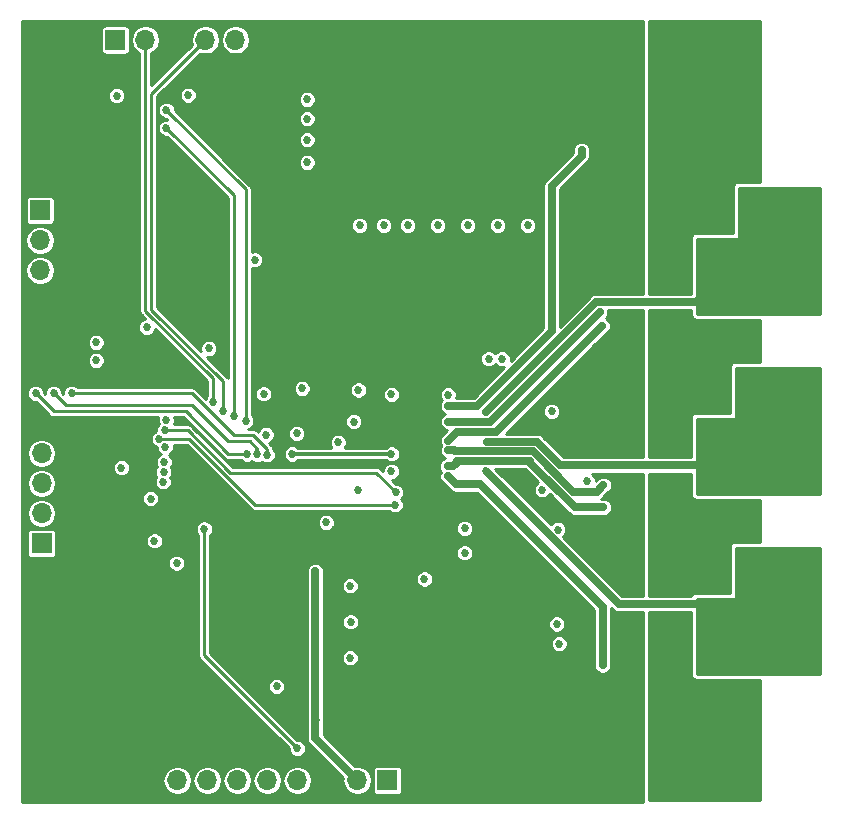
<source format=gbr>
G04 #@! TF.GenerationSoftware,KiCad,Pcbnew,5.0.2-bee76a0~70~ubuntu18.04.1*
G04 #@! TF.CreationDate,2019-03-01T11:09:08-06:00*
G04 #@! TF.ProjectId,MotorDriverXL,4d6f746f-7244-4726-9976-6572584c2e6b,V1.0*
G04 #@! TF.SameCoordinates,Original*
G04 #@! TF.FileFunction,Copper,L2,Inr*
G04 #@! TF.FilePolarity,Positive*
%FSLAX46Y46*%
G04 Gerber Fmt 4.6, Leading zero omitted, Abs format (unit mm)*
G04 Created by KiCad (PCBNEW 5.0.2-bee76a0~70~ubuntu18.04.1) date Fri 01 Mar 2019 11:09:08 AM CST*
%MOMM*%
%LPD*%
G01*
G04 APERTURE LIST*
G04 #@! TA.AperFunction,ViaPad*
%ADD10O,1.700000X1.700000*%
G04 #@! TD*
G04 #@! TA.AperFunction,ViaPad*
%ADD11R,1.700000X1.700000*%
G04 #@! TD*
G04 #@! TA.AperFunction,ViaPad*
%ADD12C,2.000000*%
G04 #@! TD*
G04 #@! TA.AperFunction,ViaPad*
%ADD13R,2.000000X2.000000*%
G04 #@! TD*
G04 #@! TA.AperFunction,ViaPad*
%ADD14O,1.600000X0.900000*%
G04 #@! TD*
G04 #@! TA.AperFunction,ViaPad*
%ADD15C,1.524000*%
G04 #@! TD*
G04 #@! TA.AperFunction,ViaPad*
%ADD16C,0.685800*%
G04 #@! TD*
G04 #@! TA.AperFunction,Conductor*
%ADD17C,0.635000*%
G04 #@! TD*
G04 #@! TA.AperFunction,Conductor*
%ADD18C,0.304800*%
G04 #@! TD*
G04 #@! TA.AperFunction,Conductor*
%ADD19C,0.254000*%
G04 #@! TD*
G04 APERTURE END LIST*
D10*
G04 #@! TO.N,NRST*
G04 #@! TO.C,P4*
X121691400Y-64185800D03*
G04 #@! TO.N,SWDIO*
X119151400Y-64185800D03*
G04 #@! TO.N,GND*
X116611400Y-64185800D03*
G04 #@! TO.N,SWCLK*
X114071400Y-64185800D03*
D11*
G04 #@! TO.N,VCC_3V3*
X111531400Y-64185800D03*
G04 #@! TD*
D10*
G04 #@! TO.N,GND*
G04 #@! TO.C,P2*
X105283000Y-96647000D03*
G04 #@! TO.N,HALL_C*
X105283000Y-99187000D03*
G04 #@! TO.N,HALL_B*
X105283000Y-101727000D03*
G04 #@! TO.N,HALL_A*
X105283000Y-104267000D03*
D11*
G04 #@! TO.N,5V*
X105283000Y-106807000D03*
G04 #@! TD*
D10*
G04 #@! TO.N,SCK_ADC_EXT1*
G04 #@! TO.C,P3*
X116763800Y-126873000D03*
G04 #@! TO.N,MISO_ADC_EXT2*
X119303800Y-126873000D03*
G04 #@! TO.N,MOSI_TX_SCL*
X121843800Y-126873000D03*
G04 #@! TO.N,NSS_RX_SDA*
X124383800Y-126873000D03*
G04 #@! TO.N,ADC_EXT3*
X126923800Y-126873000D03*
G04 #@! TO.N,GND*
X129463800Y-126873000D03*
G04 #@! TO.N,VCC_3V3*
X132003800Y-126873000D03*
D11*
G04 #@! TO.N,5V*
X134543800Y-126873000D03*
G04 #@! TD*
D10*
G04 #@! TO.N,GND*
G04 #@! TO.C,P1*
X105156000Y-86233000D03*
G04 #@! TO.N,Net-(P1-Pad3)*
X105156000Y-83693000D03*
G04 #@! TO.N,Net-(P1-Pad2)*
X105156000Y-81153000D03*
D11*
G04 #@! TO.N,5V*
X105156000Y-78613000D03*
G04 #@! TD*
D12*
G04 #@! TO.N,GND*
G04 #@! TO.C,C31*
X153572200Y-67564000D03*
D13*
G04 #@! TO.N,V_SUPPLY*
X158572200Y-67564000D03*
G04 #@! TD*
D12*
G04 #@! TO.N,GND*
G04 #@! TO.C,C33*
X153572200Y-123444000D03*
D13*
G04 #@! TO.N,V_SUPPLY*
X158572200Y-123444000D03*
G04 #@! TD*
D14*
G04 #@! TO.N,GND*
G04 #@! TO.C,J1*
X106349800Y-74293000D03*
X106349800Y-67693000D03*
G04 #@! TD*
D15*
G04 #@! TO.N,V_SUPPLY*
X157607000Y-75057000D03*
X160147000Y-75057000D03*
X162687000Y-75057000D03*
X157607000Y-77343000D03*
X160147000Y-77343000D03*
X162687000Y-77343000D03*
X162687000Y-79629000D03*
X160147000Y-79629000D03*
X157607000Y-79629000D03*
X162687000Y-92837000D03*
X157607000Y-90551000D03*
X160147000Y-92837000D03*
X157607000Y-92837000D03*
X157607000Y-95123000D03*
X160147000Y-90551000D03*
X162687000Y-95123000D03*
X162687000Y-90551000D03*
X160147000Y-95123000D03*
X157607000Y-110363000D03*
X157607000Y-108077000D03*
X162687000Y-105791000D03*
X162687000Y-108077000D03*
X160147000Y-108077000D03*
X160147000Y-110363000D03*
X162687000Y-110363000D03*
X157607000Y-105791000D03*
X160147000Y-105791000D03*
X164719000Y-63881000D03*
X164719000Y-66167000D03*
X164719000Y-68453000D03*
X164719000Y-70739000D03*
X162687000Y-70739000D03*
X162687000Y-68453000D03*
X162687000Y-66167000D03*
X162687000Y-63881000D03*
X164973000Y-124587000D03*
X164973000Y-120015000D03*
X162941000Y-122301000D03*
X164973000Y-126873000D03*
X162941000Y-124587000D03*
X164973000Y-122301000D03*
X162941000Y-126873000D03*
X162941000Y-120015000D03*
D16*
X143129000Y-91186000D03*
X144272000Y-91186000D03*
X141097000Y-105537000D03*
X141097000Y-107619800D03*
G04 #@! TO.N,Net-(C9-Pad1)*
X131699000Y-96507290D03*
D15*
G04 #@! TO.N,SH_A*
X170307000Y-77597000D03*
X168529000Y-77597000D03*
X170307000Y-86741000D03*
X166751000Y-84963000D03*
X168529000Y-86741000D03*
X168529000Y-84963000D03*
X170307000Y-84963000D03*
X166751000Y-86741000D03*
X166751000Y-77597000D03*
X164719000Y-81915000D03*
X164719000Y-83947000D03*
X164719000Y-86233000D03*
X161925000Y-86233000D03*
X161925000Y-83947000D03*
X161925000Y-81915000D03*
D16*
X142873295Y-95732600D03*
D15*
G04 #@! TO.N,SH_B*
X161925000Y-97409000D03*
X164719000Y-101727000D03*
X161925000Y-99441000D03*
X164719000Y-99441000D03*
X161925000Y-101727000D03*
X164719000Y-97409000D03*
X166751000Y-92837000D03*
X166751000Y-101981000D03*
X168529000Y-100203000D03*
X170307000Y-101981000D03*
X166751000Y-100203000D03*
X168529000Y-92837000D03*
X168529000Y-101981000D03*
X170307000Y-100203000D03*
X170307000Y-92837000D03*
D16*
X142974910Y-98221779D03*
D15*
G04 #@! TO.N,SH_C*
X164719000Y-116967000D03*
X164719000Y-114681000D03*
X161925000Y-116967000D03*
X161925000Y-112649000D03*
X161925000Y-114681000D03*
X164719000Y-112649000D03*
X170307000Y-108077000D03*
X168529000Y-108077000D03*
X170307000Y-117221000D03*
X166751000Y-108077000D03*
X166751000Y-115443000D03*
X168529000Y-115443000D03*
X168529000Y-117221000D03*
X166751000Y-117221000D03*
X170307000Y-115443000D03*
D16*
X142911869Y-100709800D03*
G04 #@! TO.N,5V*
X132207000Y-79883000D03*
X123317000Y-82804000D03*
X134239000Y-79883000D03*
X136271000Y-79883000D03*
X138811000Y-79883000D03*
X141351000Y-79883000D03*
X146431000Y-79883000D03*
X143891000Y-79883000D03*
X109893089Y-89789000D03*
X109893089Y-91313000D03*
X111633000Y-68910200D03*
G04 #@! TO.N,SL_A*
X147650200Y-102285800D03*
X148463000Y-95631000D03*
G04 #@! TO.N,SL_B*
X151460200Y-101523800D03*
X148986939Y-105648061D03*
G04 #@! TO.N,GH_A*
X139700000Y-95186500D03*
X151003000Y-73533000D03*
G04 #@! TO.N,GL_A*
X152527000Y-87249000D03*
X139725400Y-96507290D03*
G04 #@! TO.N,GH_B*
X152730200Y-88417400D03*
X139725400Y-98107477D03*
G04 #@! TO.N,GL_B*
X152831800Y-101879400D03*
X139725400Y-98945690D03*
G04 #@! TO.N,GH_C*
X152831800Y-103759000D03*
X139648867Y-100291910D03*
G04 #@! TO.N,GL_C*
X152781000Y-117119400D03*
X139685080Y-101129340D03*
G04 #@! TO.N,EN_GATE*
X130383827Y-98259910D03*
X119443479Y-90297000D03*
G04 #@! TO.N,INL_A*
X134899400Y-99237800D03*
X126492205Y-99250490D03*
G04 #@! TO.N,INH_C*
X134899400Y-100711000D03*
X124282200Y-97612200D03*
G04 #@! TO.N,VCC_3V3*
X114173000Y-88519000D03*
X127762000Y-69215000D03*
X139700000Y-94234000D03*
X127762000Y-70866000D03*
X127762000Y-72644000D03*
X127762000Y-74549000D03*
X127330200Y-93700600D03*
X132054600Y-102336600D03*
X112039400Y-100406200D03*
X117678200Y-68859400D03*
X129362200Y-105029000D03*
X116713000Y-108483400D03*
X128447800Y-109194600D03*
X114833400Y-106603800D03*
X149098000Y-115316000D03*
X128473200Y-121793000D03*
G04 #@! TO.N,CURR_A*
X135255000Y-102489000D03*
X115692655Y-97253844D03*
G04 #@! TO.N,CURR_B*
X135204200Y-103555800D03*
X115247466Y-97964060D03*
G04 #@! TO.N,SENS_B*
X131445000Y-113461800D03*
X115617422Y-100773267D03*
G04 #@! TO.N,SENS_A*
X131394200Y-110413800D03*
X115660352Y-99936156D03*
G04 #@! TO.N,SENS_SUPPLY*
X137693400Y-109829600D03*
X115743758Y-98639555D03*
G04 #@! TO.N,SENS_C*
X131394200Y-116509800D03*
X115566075Y-101609905D03*
G04 #@! TO.N,HALL_A*
X124378399Y-99328075D03*
X107823000Y-94107000D03*
G04 #@! TO.N,HALL_B*
X123542103Y-99271424D03*
X106299000Y-94107000D03*
G04 #@! TO.N,HALL_C*
X122682956Y-99250490D03*
X104775000Y-94107000D03*
G04 #@! TO.N,USB_N*
X115849400Y-70129400D03*
X122555000Y-96443800D03*
G04 #@! TO.N,Net-(R10-Pad1)*
X132105400Y-93832110D03*
G04 #@! TO.N,NRST*
X115849607Y-96391951D03*
G04 #@! TO.N,SWDIO*
X120624600Y-95580200D03*
G04 #@! TO.N,SWCLK*
X119811800Y-94869000D03*
G04 #@! TO.N,GATE_CS*
X134899400Y-94208600D03*
X126873000Y-97510600D03*
G04 #@! TO.N,ADC_EXT3*
X119049800Y-105587800D03*
X126923800Y-124180600D03*
G04 #@! TO.N,USB_P*
X115849400Y-71653400D03*
X121539000Y-96037400D03*
G04 #@! TO.N,Net-(C38-Pad1)*
X124079000Y-94157800D03*
G04 #@! TO.N,TEMP*
X148894800Y-113639600D03*
X125171200Y-118922800D03*
X114503200Y-103022400D03*
G04 #@! TO.N,GND*
X115824000Y-76962000D03*
X135712200Y-94869000D03*
D15*
X149225000Y-70485000D03*
X147193000Y-70485000D03*
X149225000Y-63627000D03*
X147193000Y-63627000D03*
X147193000Y-68199000D03*
X149225000Y-68199000D03*
X149225000Y-65913000D03*
X147193000Y-65913000D03*
X149987000Y-98806000D03*
X149987000Y-96393000D03*
X152527000Y-93091000D03*
X152527000Y-90424000D03*
X152527000Y-95885000D03*
X154686000Y-95885000D03*
X154686000Y-98806000D03*
X152400000Y-98806000D03*
X154686000Y-93091000D03*
X154686000Y-90424000D03*
X154940000Y-105664000D03*
X155067000Y-107823000D03*
X155067000Y-110109000D03*
X152908000Y-107950000D03*
X152908000Y-105664000D03*
X149987000Y-79121000D03*
X152527000Y-75946000D03*
X152527000Y-78232000D03*
X149987000Y-76962000D03*
X152527000Y-80264000D03*
X149860000Y-86106000D03*
X149860000Y-81534000D03*
X149860000Y-83820000D03*
D16*
X138430000Y-94869000D03*
X135966200Y-101473000D03*
X138430000Y-101473000D03*
X135051800Y-105435400D03*
X135051800Y-107518200D03*
D15*
X146634200Y-125044200D03*
X148666200Y-125044200D03*
X146634200Y-127330200D03*
X146634200Y-120472200D03*
X148666200Y-127330200D03*
X148666200Y-122758200D03*
X146634200Y-122758200D03*
X148666200Y-120472200D03*
D16*
X117475000Y-93091000D03*
X117017800Y-99187000D03*
X117663490Y-101337258D03*
X135559800Y-112445800D03*
X134239000Y-69850000D03*
X132461000Y-69850000D03*
X127762000Y-81534000D03*
X129286000Y-81534000D03*
X127762000Y-83058000D03*
X129286000Y-83058000D03*
G04 #@! TD*
D17*
G04 #@! TO.N,SH_A*
X161925000Y-81915000D02*
X161163001Y-82676999D01*
X162509200Y-83947000D02*
X164719000Y-83947000D01*
X161010600Y-85445600D02*
X162509200Y-83947000D01*
X160720370Y-86360000D02*
X152247600Y-86360000D01*
X160847370Y-86233000D02*
X160720370Y-86360000D01*
X161925000Y-86233000D02*
X160847370Y-86233000D01*
X152247600Y-86360000D02*
X142875000Y-95732600D01*
G04 #@! TO.N,SH_B*
X161925000Y-97409000D02*
X161925000Y-98221795D01*
X161163001Y-100202999D02*
X149184869Y-100202999D01*
X161925000Y-99441000D02*
X161163001Y-100202999D01*
X143459843Y-98221779D02*
X142974910Y-98221779D01*
X147203649Y-98221779D02*
X143459843Y-98221779D01*
X149184869Y-100202999D02*
X147203649Y-98221779D01*
G04 #@! TO.N,SH_C*
X161925000Y-112649000D02*
X161925000Y-111937800D01*
X161010599Y-111887001D02*
X161163001Y-111887001D01*
X160959800Y-111937800D02*
X161010599Y-111887001D01*
X154127190Y-111937800D02*
X160959800Y-111937800D01*
X161163001Y-111887001D02*
X161925000Y-112649000D01*
X142976600Y-100787210D02*
X154127190Y-111937800D01*
G04 #@! TO.N,GH_A*
X151003000Y-74017933D02*
X151003000Y-73533000D01*
X148463000Y-88874600D02*
X148463000Y-76557933D01*
X148463000Y-76557933D02*
X151003000Y-74017933D01*
X139700000Y-95186500D02*
X142151100Y-95186500D01*
X142151100Y-95186500D02*
X148463000Y-88874600D01*
G04 #@! TO.N,GL_A*
X140210333Y-96507290D02*
X139725400Y-96507290D01*
X140268743Y-96565700D02*
X140210333Y-96507290D01*
X152527000Y-87249000D02*
X143210300Y-96565700D01*
X143210300Y-96565700D02*
X140268743Y-96565700D01*
G04 #@! TO.N,GH_B*
X152730200Y-88417400D02*
X143776699Y-97370901D01*
X140461976Y-97370901D02*
X140068299Y-97764578D01*
X143776699Y-97370901D02*
X140461976Y-97370901D01*
X140068299Y-97764578D02*
X139725400Y-98107477D01*
G04 #@! TO.N,GL_B*
X140210333Y-98945690D02*
X139725400Y-98945690D01*
X152831800Y-101879400D02*
X152273000Y-102438200D01*
X152273000Y-102438200D02*
X150306503Y-102438200D01*
X146902892Y-99034589D02*
X140299232Y-99034589D01*
X140299232Y-99034589D02*
X140210333Y-98945690D01*
X150306503Y-102438200D02*
X146902892Y-99034589D01*
G04 #@! TO.N,GH_C*
X150401468Y-103759000D02*
X146616857Y-99974389D01*
X140133800Y-100291910D02*
X139648867Y-100291910D01*
X152831800Y-103759000D02*
X150401468Y-103759000D01*
X140451321Y-99974389D02*
X140133800Y-100291910D01*
X140512800Y-99822000D02*
X140462000Y-99872800D01*
X146576736Y-99822000D02*
X140512800Y-99822000D01*
X146627536Y-99872800D02*
X146576736Y-99822000D01*
G04 #@! TO.N,GL_C*
X152781000Y-117119400D02*
X152781000Y-112191800D01*
X152781000Y-112191800D02*
X142417800Y-101828600D01*
X140384340Y-101828600D02*
X140027979Y-101472239D01*
X142417800Y-101828600D02*
X140384340Y-101828600D01*
X140027979Y-101472239D02*
X139685080Y-101129340D01*
D18*
G04 #@! TO.N,INL_A*
X126504895Y-99237800D02*
X126492205Y-99250490D01*
X134899400Y-99237800D02*
X126504895Y-99237800D01*
D17*
G04 #@! TO.N,VCC_3V3*
X128447800Y-123317000D02*
X132003800Y-126873000D01*
X128447800Y-109194600D02*
X128447800Y-123317000D01*
D19*
G04 #@! TO.N,CURR_A*
X135255000Y-102489000D02*
X133629400Y-100863400D01*
X121250151Y-100863400D02*
X117640595Y-97253844D01*
X116177588Y-97253844D02*
X115692655Y-97253844D01*
X133629400Y-100863400D02*
X121250151Y-100863400D01*
X117640595Y-97253844D02*
X116177588Y-97253844D01*
G04 #@! TO.N,CURR_B*
X135204200Y-103555800D02*
X123367800Y-103555800D01*
X117776060Y-97964060D02*
X115732399Y-97964060D01*
X123367800Y-103555800D02*
X117776060Y-97964060D01*
X115732399Y-97964060D02*
X115247466Y-97964060D01*
G04 #@! TO.N,HALL_A*
X124378399Y-98843142D02*
X123198257Y-97663000D01*
X124378399Y-99328075D02*
X124378399Y-98843142D01*
X123198257Y-97663000D02*
X121539000Y-97663000D01*
X117983000Y-94107000D02*
X107823000Y-94107000D01*
X121539000Y-97663000D02*
X117983000Y-94107000D01*
G04 #@! TO.N,HALL_B*
X117983000Y-95123000D02*
X107315000Y-95123000D01*
X121031000Y-98171000D02*
X117983000Y-95123000D01*
X107315000Y-95123000D02*
X106299000Y-94107000D01*
X122926612Y-98171000D02*
X121031000Y-98171000D01*
X123542103Y-99271424D02*
X123542103Y-98786491D01*
X123542103Y-98786491D02*
X122926612Y-98171000D01*
G04 #@! TO.N,HALL_C*
X122682956Y-99250490D02*
X121094490Y-99250490D01*
X121094490Y-99250490D02*
X117475000Y-95631000D01*
X106299000Y-95631000D02*
X104775000Y-94107000D01*
X117475000Y-95631000D02*
X106299000Y-95631000D01*
G04 #@! TO.N,USB_N*
X122555000Y-76835000D02*
X115849400Y-70129400D01*
X122555000Y-96443800D02*
X122555000Y-76835000D01*
G04 #@! TO.N,SWDIO*
X114579400Y-68757800D02*
X119151400Y-64185800D01*
X114579400Y-87045800D02*
X114579400Y-68757800D01*
X120624600Y-95580200D02*
X120624600Y-93091000D01*
X120624600Y-93091000D02*
X114579400Y-87045800D01*
G04 #@! TO.N,SWCLK*
X119811800Y-94869000D02*
X119811800Y-92852951D01*
X114071400Y-87112551D02*
X114071400Y-64185800D01*
X119811800Y-92852951D02*
X114071400Y-87112551D01*
G04 #@! TO.N,ADC_EXT3*
X119049800Y-116306600D02*
X126923800Y-124180600D01*
X119049800Y-105587800D02*
X119049800Y-116306600D01*
G04 #@! TO.N,USB_P*
X121539000Y-77343000D02*
X115849400Y-71653400D01*
X121539000Y-96037400D02*
X121539000Y-77343000D01*
G04 #@! TD*
G04 #@! TO.N,SH_A*
G36*
X171196000Y-87376000D02*
X160782000Y-87376000D01*
X160782000Y-81026000D01*
X164211000Y-81026000D01*
X164235776Y-81023560D01*
X164259601Y-81016333D01*
X164281557Y-81004597D01*
X164300803Y-80988803D01*
X164316597Y-80969557D01*
X164328333Y-80947601D01*
X164335560Y-80923776D01*
X164338000Y-80899000D01*
X164338000Y-76708000D01*
X171196000Y-76708000D01*
X171196000Y-87376000D01*
X171196000Y-87376000D01*
G37*
X171196000Y-87376000D02*
X160782000Y-87376000D01*
X160782000Y-81026000D01*
X164211000Y-81026000D01*
X164235776Y-81023560D01*
X164259601Y-81016333D01*
X164281557Y-81004597D01*
X164300803Y-80988803D01*
X164316597Y-80969557D01*
X164328333Y-80947601D01*
X164335560Y-80923776D01*
X164338000Y-80899000D01*
X164338000Y-76708000D01*
X171196000Y-76708000D01*
X171196000Y-87376000D01*
G04 #@! TO.N,SH_B*
G36*
X171187100Y-102616000D02*
X160772995Y-102616000D01*
X160772995Y-96266000D01*
X163947995Y-96266000D01*
X163972771Y-96263560D01*
X163996596Y-96256333D01*
X164018552Y-96244597D01*
X164037798Y-96228803D01*
X164053592Y-96209557D01*
X164065328Y-96187601D01*
X164072555Y-96163776D01*
X164074995Y-96139265D01*
X164083736Y-91948000D01*
X171195895Y-91948000D01*
X171187100Y-102616000D01*
X171187100Y-102616000D01*
G37*
X171187100Y-102616000D02*
X160772995Y-102616000D01*
X160772995Y-96266000D01*
X163947995Y-96266000D01*
X163972771Y-96263560D01*
X163996596Y-96256333D01*
X164018552Y-96244597D01*
X164037798Y-96228803D01*
X164053592Y-96209557D01*
X164065328Y-96187601D01*
X164072555Y-96163776D01*
X164074995Y-96139265D01*
X164083736Y-91948000D01*
X171195895Y-91948000D01*
X171187100Y-102616000D01*
G04 #@! TO.N,SH_C*
G36*
X171186995Y-117856000D02*
X160772995Y-117856000D01*
X160772995Y-111506000D01*
X163947995Y-111506000D01*
X163972771Y-111503560D01*
X163996596Y-111496333D01*
X164018552Y-111484597D01*
X164037798Y-111468803D01*
X164053592Y-111449557D01*
X164065328Y-111427601D01*
X164072555Y-111403776D01*
X164074995Y-111379000D01*
X164074995Y-107188000D01*
X171186995Y-107188000D01*
X171186995Y-117856000D01*
X171186995Y-117856000D01*
G37*
X171186995Y-117856000D02*
X160772995Y-117856000D01*
X160772995Y-111506000D01*
X163947995Y-111506000D01*
X163972771Y-111503560D01*
X163996596Y-111496333D01*
X164018552Y-111484597D01*
X164037798Y-111468803D01*
X164053592Y-111449557D01*
X164065328Y-111427601D01*
X164072555Y-111403776D01*
X164074995Y-111379000D01*
X164074995Y-107188000D01*
X171186995Y-107188000D01*
X171186995Y-117856000D01*
G04 #@! TO.N,V_SUPPLY*
G36*
X160264995Y-117983000D02*
X160293997Y-118128802D01*
X160376587Y-118252408D01*
X160500193Y-118334998D01*
X160645995Y-118364000D01*
X166116000Y-118364000D01*
X166116000Y-128524000D01*
X156718000Y-128524000D01*
X156718000Y-112636300D01*
X160264995Y-112636300D01*
X160264995Y-117983000D01*
X160264995Y-117983000D01*
G37*
X160264995Y-117983000D02*
X160293997Y-118128802D01*
X160376587Y-118252408D01*
X160500193Y-118334998D01*
X160645995Y-118364000D01*
X166116000Y-118364000D01*
X166116000Y-128524000D01*
X156718000Y-128524000D01*
X156718000Y-112636300D01*
X160264995Y-112636300D01*
X160264995Y-117983000D01*
G36*
X160264995Y-102743000D02*
X160293997Y-102888802D01*
X160376587Y-103012408D01*
X160500193Y-103094998D01*
X160645995Y-103124000D01*
X166116000Y-103124000D01*
X166116000Y-106680000D01*
X163947995Y-106680000D01*
X163802193Y-106709002D01*
X163678587Y-106791592D01*
X163595997Y-106915198D01*
X163566995Y-107061000D01*
X163566995Y-110998000D01*
X160645995Y-110998000D01*
X160500193Y-111027002D01*
X160376587Y-111109592D01*
X160293997Y-111233198D01*
X160292783Y-111239300D01*
X156718000Y-111239300D01*
X156718000Y-100901499D01*
X160264995Y-100901499D01*
X160264995Y-102743000D01*
X160264995Y-102743000D01*
G37*
X160264995Y-102743000D02*
X160293997Y-102888802D01*
X160376587Y-103012408D01*
X160500193Y-103094998D01*
X160645995Y-103124000D01*
X166116000Y-103124000D01*
X166116000Y-106680000D01*
X163947995Y-106680000D01*
X163802193Y-106709002D01*
X163678587Y-106791592D01*
X163595997Y-106915198D01*
X163566995Y-107061000D01*
X163566995Y-110998000D01*
X160645995Y-110998000D01*
X160500193Y-111027002D01*
X160376587Y-111109592D01*
X160293997Y-111233198D01*
X160292783Y-111239300D01*
X156718000Y-111239300D01*
X156718000Y-100901499D01*
X160264995Y-100901499D01*
X160264995Y-102743000D01*
G36*
X160274000Y-87503000D02*
X160303002Y-87648802D01*
X160385592Y-87772408D01*
X160509198Y-87854998D01*
X160655000Y-87884000D01*
X166116000Y-87884000D01*
X166116000Y-91440000D01*
X163957000Y-91440000D01*
X163811932Y-91468699D01*
X163688155Y-91551031D01*
X163605307Y-91674464D01*
X163576001Y-91820205D01*
X163567789Y-95758000D01*
X160645995Y-95758000D01*
X160500193Y-95787002D01*
X160376587Y-95869592D01*
X160293997Y-95993198D01*
X160264995Y-96139000D01*
X160264995Y-99504499D01*
X156718000Y-99504499D01*
X156718000Y-87058500D01*
X160274000Y-87058500D01*
X160274000Y-87503000D01*
X160274000Y-87503000D01*
G37*
X160274000Y-87503000D02*
X160303002Y-87648802D01*
X160385592Y-87772408D01*
X160509198Y-87854998D01*
X160655000Y-87884000D01*
X166116000Y-87884000D01*
X166116000Y-91440000D01*
X163957000Y-91440000D01*
X163811932Y-91468699D01*
X163688155Y-91551031D01*
X163605307Y-91674464D01*
X163576001Y-91820205D01*
X163567789Y-95758000D01*
X160645995Y-95758000D01*
X160500193Y-95787002D01*
X160376587Y-95869592D01*
X160293997Y-95993198D01*
X160264995Y-96139000D01*
X160264995Y-99504499D01*
X156718000Y-99504499D01*
X156718000Y-87058500D01*
X160274000Y-87058500D01*
X160274000Y-87503000D01*
G36*
X166116000Y-76200000D02*
X164211000Y-76200000D01*
X164065198Y-76229002D01*
X163941592Y-76311592D01*
X163859002Y-76435198D01*
X163830000Y-76581000D01*
X163830000Y-80518000D01*
X160655000Y-80518000D01*
X160509198Y-80547002D01*
X160385592Y-80629592D01*
X160303002Y-80753198D01*
X160274000Y-80899000D01*
X160274000Y-85661500D01*
X156718000Y-85661500D01*
X156718000Y-62559000D01*
X166116000Y-62559000D01*
X166116000Y-76200000D01*
X166116000Y-76200000D01*
G37*
X166116000Y-76200000D02*
X164211000Y-76200000D01*
X164065198Y-76229002D01*
X163941592Y-76311592D01*
X163859002Y-76435198D01*
X163830000Y-76581000D01*
X163830000Y-80518000D01*
X160655000Y-80518000D01*
X160509198Y-80547002D01*
X160385592Y-80629592D01*
X160303002Y-80753198D01*
X160274000Y-80899000D01*
X160274000Y-85661500D01*
X156718000Y-85661500D01*
X156718000Y-62559000D01*
X166116000Y-62559000D01*
X166116000Y-76200000D01*
G04 #@! TO.N,GND*
G36*
X156210000Y-85661500D02*
X152316389Y-85661500D01*
X152247599Y-85647817D01*
X152178809Y-85661500D01*
X152178806Y-85661500D01*
X151975059Y-85702028D01*
X151744010Y-85856410D01*
X151705041Y-85914731D01*
X149161500Y-88458272D01*
X149161500Y-76847260D01*
X151448271Y-74560490D01*
X151506589Y-74521523D01*
X151545556Y-74463205D01*
X151545558Y-74463203D01*
X151660971Y-74290475D01*
X151660972Y-74290474D01*
X151701500Y-74086727D01*
X151701500Y-74086723D01*
X151715183Y-74017934D01*
X151701500Y-73949145D01*
X151701500Y-73738314D01*
X151726900Y-73676993D01*
X151726900Y-73389007D01*
X151616693Y-73122944D01*
X151413056Y-72919307D01*
X151146993Y-72809100D01*
X150859007Y-72809100D01*
X150592944Y-72919307D01*
X150389307Y-73122944D01*
X150279100Y-73389007D01*
X150279100Y-73676993D01*
X150301656Y-73731449D01*
X148017731Y-76015375D01*
X147959411Y-76054343D01*
X147920442Y-76112664D01*
X147805028Y-76285393D01*
X147750817Y-76557933D01*
X147764501Y-76626728D01*
X147764500Y-88585271D01*
X144979015Y-91370757D01*
X144995900Y-91329993D01*
X144995900Y-91042007D01*
X144885693Y-90775944D01*
X144682056Y-90572307D01*
X144415993Y-90462100D01*
X144128007Y-90462100D01*
X143861944Y-90572307D01*
X143700500Y-90733751D01*
X143539056Y-90572307D01*
X143272993Y-90462100D01*
X142985007Y-90462100D01*
X142718944Y-90572307D01*
X142515307Y-90775944D01*
X142405100Y-91042007D01*
X142405100Y-91329993D01*
X142515307Y-91596056D01*
X142718944Y-91799693D01*
X142985007Y-91909900D01*
X143272993Y-91909900D01*
X143539056Y-91799693D01*
X143700500Y-91638249D01*
X143861944Y-91799693D01*
X144128007Y-91909900D01*
X144415993Y-91909900D01*
X144456757Y-91893015D01*
X141861773Y-94488000D01*
X140378334Y-94488000D01*
X140423900Y-94377993D01*
X140423900Y-94090007D01*
X140313693Y-93823944D01*
X140110056Y-93620307D01*
X139843993Y-93510100D01*
X139556007Y-93510100D01*
X139289944Y-93620307D01*
X139086307Y-93823944D01*
X138976100Y-94090007D01*
X138976100Y-94377993D01*
X139086307Y-94644056D01*
X139152501Y-94710250D01*
X139086307Y-94776444D01*
X138976100Y-95042507D01*
X138976100Y-95330493D01*
X139086307Y-95596556D01*
X139289944Y-95800193D01*
X139415393Y-95852156D01*
X139315344Y-95893597D01*
X139111707Y-96097234D01*
X139001500Y-96363297D01*
X139001500Y-96651283D01*
X139111707Y-96917346D01*
X139315344Y-97120983D01*
X139581407Y-97231190D01*
X139613860Y-97231190D01*
X139376667Y-97468383D01*
X139315344Y-97493784D01*
X139111707Y-97697421D01*
X139001500Y-97963484D01*
X139001500Y-98251470D01*
X139111707Y-98517533D01*
X139120758Y-98526584D01*
X139111707Y-98535634D01*
X139001500Y-98801697D01*
X139001500Y-99089683D01*
X139111707Y-99355746D01*
X139315344Y-99559383D01*
X139420523Y-99602949D01*
X139238811Y-99678217D01*
X139035174Y-99881854D01*
X138924967Y-100147917D01*
X138924967Y-100435903D01*
X139035174Y-100701966D01*
X139065853Y-100732645D01*
X138961180Y-100985347D01*
X138961180Y-101273333D01*
X139071387Y-101539396D01*
X139275024Y-101743033D01*
X139336347Y-101768434D01*
X139485421Y-101917508D01*
X139841781Y-102273869D01*
X139880750Y-102332190D01*
X139939071Y-102371159D01*
X140111799Y-102486572D01*
X140384340Y-102540784D01*
X140453134Y-102527100D01*
X142128473Y-102527100D01*
X152082501Y-112481129D01*
X152082500Y-116914086D01*
X152057100Y-116975407D01*
X152057100Y-117263393D01*
X152167307Y-117529456D01*
X152370944Y-117733093D01*
X152637007Y-117843300D01*
X152924993Y-117843300D01*
X153191056Y-117733093D01*
X153394693Y-117529456D01*
X153504900Y-117263393D01*
X153504900Y-116975407D01*
X153479500Y-116914086D01*
X153479500Y-112277939D01*
X153584633Y-112383072D01*
X153623600Y-112441390D01*
X153681918Y-112480357D01*
X153681920Y-112480359D01*
X153854649Y-112595772D01*
X154127190Y-112649984D01*
X154195984Y-112636300D01*
X156210000Y-112636300D01*
X156210000Y-128703000D01*
X103580000Y-128703000D01*
X103580000Y-126873000D01*
X115508684Y-126873000D01*
X115604224Y-127353312D01*
X115876299Y-127760501D01*
X116283488Y-128032576D01*
X116642561Y-128104000D01*
X116885039Y-128104000D01*
X117244112Y-128032576D01*
X117651301Y-127760501D01*
X117923376Y-127353312D01*
X118018916Y-126873000D01*
X118048684Y-126873000D01*
X118144224Y-127353312D01*
X118416299Y-127760501D01*
X118823488Y-128032576D01*
X119182561Y-128104000D01*
X119425039Y-128104000D01*
X119784112Y-128032576D01*
X120191301Y-127760501D01*
X120463376Y-127353312D01*
X120558916Y-126873000D01*
X120588684Y-126873000D01*
X120684224Y-127353312D01*
X120956299Y-127760501D01*
X121363488Y-128032576D01*
X121722561Y-128104000D01*
X121965039Y-128104000D01*
X122324112Y-128032576D01*
X122731301Y-127760501D01*
X123003376Y-127353312D01*
X123098916Y-126873000D01*
X123128684Y-126873000D01*
X123224224Y-127353312D01*
X123496299Y-127760501D01*
X123903488Y-128032576D01*
X124262561Y-128104000D01*
X124505039Y-128104000D01*
X124864112Y-128032576D01*
X125271301Y-127760501D01*
X125543376Y-127353312D01*
X125638916Y-126873000D01*
X125668684Y-126873000D01*
X125764224Y-127353312D01*
X126036299Y-127760501D01*
X126443488Y-128032576D01*
X126802561Y-128104000D01*
X127045039Y-128104000D01*
X127404112Y-128032576D01*
X127811301Y-127760501D01*
X128083376Y-127353312D01*
X128178916Y-126873000D01*
X128083376Y-126392688D01*
X127811301Y-125985499D01*
X127404112Y-125713424D01*
X127045039Y-125642000D01*
X126802561Y-125642000D01*
X126443488Y-125713424D01*
X126036299Y-125985499D01*
X125764224Y-126392688D01*
X125668684Y-126873000D01*
X125638916Y-126873000D01*
X125543376Y-126392688D01*
X125271301Y-125985499D01*
X124864112Y-125713424D01*
X124505039Y-125642000D01*
X124262561Y-125642000D01*
X123903488Y-125713424D01*
X123496299Y-125985499D01*
X123224224Y-126392688D01*
X123128684Y-126873000D01*
X123098916Y-126873000D01*
X123003376Y-126392688D01*
X122731301Y-125985499D01*
X122324112Y-125713424D01*
X121965039Y-125642000D01*
X121722561Y-125642000D01*
X121363488Y-125713424D01*
X120956299Y-125985499D01*
X120684224Y-126392688D01*
X120588684Y-126873000D01*
X120558916Y-126873000D01*
X120463376Y-126392688D01*
X120191301Y-125985499D01*
X119784112Y-125713424D01*
X119425039Y-125642000D01*
X119182561Y-125642000D01*
X118823488Y-125713424D01*
X118416299Y-125985499D01*
X118144224Y-126392688D01*
X118048684Y-126873000D01*
X118018916Y-126873000D01*
X117923376Y-126392688D01*
X117651301Y-125985499D01*
X117244112Y-125713424D01*
X116885039Y-125642000D01*
X116642561Y-125642000D01*
X116283488Y-125713424D01*
X115876299Y-125985499D01*
X115604224Y-126392688D01*
X115508684Y-126873000D01*
X103580000Y-126873000D01*
X103580000Y-108339407D01*
X115989100Y-108339407D01*
X115989100Y-108627393D01*
X116099307Y-108893456D01*
X116302944Y-109097093D01*
X116569007Y-109207300D01*
X116856993Y-109207300D01*
X117123056Y-109097093D01*
X117326693Y-108893456D01*
X117436900Y-108627393D01*
X117436900Y-108339407D01*
X117326693Y-108073344D01*
X117123056Y-107869707D01*
X116856993Y-107759500D01*
X116569007Y-107759500D01*
X116302944Y-107869707D01*
X116099307Y-108073344D01*
X115989100Y-108339407D01*
X103580000Y-108339407D01*
X103580000Y-105957000D01*
X104044536Y-105957000D01*
X104044536Y-107657000D01*
X104074106Y-107805659D01*
X104158314Y-107931686D01*
X104284341Y-108015894D01*
X104433000Y-108045464D01*
X106133000Y-108045464D01*
X106281659Y-108015894D01*
X106407686Y-107931686D01*
X106491894Y-107805659D01*
X106521464Y-107657000D01*
X106521464Y-106459807D01*
X114109500Y-106459807D01*
X114109500Y-106747793D01*
X114219707Y-107013856D01*
X114423344Y-107217493D01*
X114689407Y-107327700D01*
X114977393Y-107327700D01*
X115243456Y-107217493D01*
X115447093Y-107013856D01*
X115557300Y-106747793D01*
X115557300Y-106459807D01*
X115447093Y-106193744D01*
X115243456Y-105990107D01*
X114977393Y-105879900D01*
X114689407Y-105879900D01*
X114423344Y-105990107D01*
X114219707Y-106193744D01*
X114109500Y-106459807D01*
X106521464Y-106459807D01*
X106521464Y-105957000D01*
X106491894Y-105808341D01*
X106407686Y-105682314D01*
X106281659Y-105598106D01*
X106133000Y-105568536D01*
X104433000Y-105568536D01*
X104284341Y-105598106D01*
X104158314Y-105682314D01*
X104074106Y-105808341D01*
X104044536Y-105957000D01*
X103580000Y-105957000D01*
X103580000Y-104267000D01*
X104027884Y-104267000D01*
X104123424Y-104747312D01*
X104395499Y-105154501D01*
X104802688Y-105426576D01*
X105161761Y-105498000D01*
X105404239Y-105498000D01*
X105676685Y-105443807D01*
X118325900Y-105443807D01*
X118325900Y-105731793D01*
X118436107Y-105997856D01*
X118541800Y-106103549D01*
X118541801Y-116256567D01*
X118531849Y-116306600D01*
X118571275Y-116504811D01*
X118655212Y-116630432D01*
X118655215Y-116630435D01*
X118683554Y-116672847D01*
X118725966Y-116701186D01*
X126199900Y-124175120D01*
X126199900Y-124324593D01*
X126310107Y-124590656D01*
X126513744Y-124794293D01*
X126779807Y-124904500D01*
X127067793Y-124904500D01*
X127333856Y-124794293D01*
X127537493Y-124590656D01*
X127647700Y-124324593D01*
X127647700Y-124036607D01*
X127537493Y-123770544D01*
X127333856Y-123566907D01*
X127067793Y-123456700D01*
X126918320Y-123456700D01*
X122240427Y-118778807D01*
X124447300Y-118778807D01*
X124447300Y-119066793D01*
X124557507Y-119332856D01*
X124761144Y-119536493D01*
X125027207Y-119646700D01*
X125315193Y-119646700D01*
X125581256Y-119536493D01*
X125784893Y-119332856D01*
X125895100Y-119066793D01*
X125895100Y-118778807D01*
X125784893Y-118512744D01*
X125581256Y-118309107D01*
X125315193Y-118198900D01*
X125027207Y-118198900D01*
X124761144Y-118309107D01*
X124557507Y-118512744D01*
X124447300Y-118778807D01*
X122240427Y-118778807D01*
X119557800Y-116096180D01*
X119557800Y-109050607D01*
X127723900Y-109050607D01*
X127723900Y-109338593D01*
X127749300Y-109399914D01*
X127749301Y-121649005D01*
X127749300Y-121649007D01*
X127749300Y-121936993D01*
X127749301Y-121936995D01*
X127749301Y-123248205D01*
X127735617Y-123317000D01*
X127789828Y-123589540D01*
X127789829Y-123589541D01*
X127944211Y-123820590D01*
X128002531Y-123859558D01*
X130793030Y-126650058D01*
X130748684Y-126873000D01*
X130844224Y-127353312D01*
X131116299Y-127760501D01*
X131523488Y-128032576D01*
X131882561Y-128104000D01*
X132125039Y-128104000D01*
X132484112Y-128032576D01*
X132891301Y-127760501D01*
X133163376Y-127353312D01*
X133258916Y-126873000D01*
X133163376Y-126392688D01*
X132916359Y-126023000D01*
X133305336Y-126023000D01*
X133305336Y-127723000D01*
X133334906Y-127871659D01*
X133419114Y-127997686D01*
X133545141Y-128081894D01*
X133693800Y-128111464D01*
X135393800Y-128111464D01*
X135542459Y-128081894D01*
X135668486Y-127997686D01*
X135752694Y-127871659D01*
X135782264Y-127723000D01*
X135782264Y-126023000D01*
X135752694Y-125874341D01*
X135668486Y-125748314D01*
X135542459Y-125664106D01*
X135393800Y-125634536D01*
X133693800Y-125634536D01*
X133545141Y-125664106D01*
X133419114Y-125748314D01*
X133334906Y-125874341D01*
X133305336Y-126023000D01*
X132916359Y-126023000D01*
X132891301Y-125985499D01*
X132484112Y-125713424D01*
X132125039Y-125642000D01*
X131882561Y-125642000D01*
X131780858Y-125662230D01*
X129146300Y-123027673D01*
X129146300Y-122059635D01*
X129197100Y-121936993D01*
X129197100Y-121649007D01*
X129146300Y-121526365D01*
X129146300Y-116365807D01*
X130670300Y-116365807D01*
X130670300Y-116653793D01*
X130780507Y-116919856D01*
X130984144Y-117123493D01*
X131250207Y-117233700D01*
X131538193Y-117233700D01*
X131804256Y-117123493D01*
X132007893Y-116919856D01*
X132118100Y-116653793D01*
X132118100Y-116365807D01*
X132007893Y-116099744D01*
X131804256Y-115896107D01*
X131538193Y-115785900D01*
X131250207Y-115785900D01*
X130984144Y-115896107D01*
X130780507Y-116099744D01*
X130670300Y-116365807D01*
X129146300Y-116365807D01*
X129146300Y-115172007D01*
X148374100Y-115172007D01*
X148374100Y-115459993D01*
X148484307Y-115726056D01*
X148687944Y-115929693D01*
X148954007Y-116039900D01*
X149241993Y-116039900D01*
X149508056Y-115929693D01*
X149711693Y-115726056D01*
X149821900Y-115459993D01*
X149821900Y-115172007D01*
X149711693Y-114905944D01*
X149508056Y-114702307D01*
X149241993Y-114592100D01*
X148954007Y-114592100D01*
X148687944Y-114702307D01*
X148484307Y-114905944D01*
X148374100Y-115172007D01*
X129146300Y-115172007D01*
X129146300Y-113317807D01*
X130721100Y-113317807D01*
X130721100Y-113605793D01*
X130831307Y-113871856D01*
X131034944Y-114075493D01*
X131301007Y-114185700D01*
X131588993Y-114185700D01*
X131855056Y-114075493D01*
X132058693Y-113871856D01*
X132168900Y-113605793D01*
X132168900Y-113495607D01*
X148170900Y-113495607D01*
X148170900Y-113783593D01*
X148281107Y-114049656D01*
X148484744Y-114253293D01*
X148750807Y-114363500D01*
X149038793Y-114363500D01*
X149304856Y-114253293D01*
X149508493Y-114049656D01*
X149618700Y-113783593D01*
X149618700Y-113495607D01*
X149508493Y-113229544D01*
X149304856Y-113025907D01*
X149038793Y-112915700D01*
X148750807Y-112915700D01*
X148484744Y-113025907D01*
X148281107Y-113229544D01*
X148170900Y-113495607D01*
X132168900Y-113495607D01*
X132168900Y-113317807D01*
X132058693Y-113051744D01*
X131855056Y-112848107D01*
X131588993Y-112737900D01*
X131301007Y-112737900D01*
X131034944Y-112848107D01*
X130831307Y-113051744D01*
X130721100Y-113317807D01*
X129146300Y-113317807D01*
X129146300Y-110269807D01*
X130670300Y-110269807D01*
X130670300Y-110557793D01*
X130780507Y-110823856D01*
X130984144Y-111027493D01*
X131250207Y-111137700D01*
X131538193Y-111137700D01*
X131804256Y-111027493D01*
X132007893Y-110823856D01*
X132118100Y-110557793D01*
X132118100Y-110269807D01*
X132007893Y-110003744D01*
X131804256Y-109800107D01*
X131538193Y-109689900D01*
X131250207Y-109689900D01*
X130984144Y-109800107D01*
X130780507Y-110003744D01*
X130670300Y-110269807D01*
X129146300Y-110269807D01*
X129146300Y-109685607D01*
X136969500Y-109685607D01*
X136969500Y-109973593D01*
X137079707Y-110239656D01*
X137283344Y-110443293D01*
X137549407Y-110553500D01*
X137837393Y-110553500D01*
X138103456Y-110443293D01*
X138307093Y-110239656D01*
X138417300Y-109973593D01*
X138417300Y-109685607D01*
X138307093Y-109419544D01*
X138103456Y-109215907D01*
X137837393Y-109105700D01*
X137549407Y-109105700D01*
X137283344Y-109215907D01*
X137079707Y-109419544D01*
X136969500Y-109685607D01*
X129146300Y-109685607D01*
X129146300Y-109399914D01*
X129171700Y-109338593D01*
X129171700Y-109050607D01*
X129061493Y-108784544D01*
X128857856Y-108580907D01*
X128591793Y-108470700D01*
X128303807Y-108470700D01*
X128037744Y-108580907D01*
X127834107Y-108784544D01*
X127723900Y-109050607D01*
X119557800Y-109050607D01*
X119557800Y-107475807D01*
X140373100Y-107475807D01*
X140373100Y-107763793D01*
X140483307Y-108029856D01*
X140686944Y-108233493D01*
X140953007Y-108343700D01*
X141240993Y-108343700D01*
X141507056Y-108233493D01*
X141710693Y-108029856D01*
X141820900Y-107763793D01*
X141820900Y-107475807D01*
X141710693Y-107209744D01*
X141507056Y-107006107D01*
X141240993Y-106895900D01*
X140953007Y-106895900D01*
X140686944Y-107006107D01*
X140483307Y-107209744D01*
X140373100Y-107475807D01*
X119557800Y-107475807D01*
X119557800Y-106103549D01*
X119663493Y-105997856D01*
X119773700Y-105731793D01*
X119773700Y-105443807D01*
X119663493Y-105177744D01*
X119459856Y-104974107D01*
X119244750Y-104885007D01*
X128638300Y-104885007D01*
X128638300Y-105172993D01*
X128748507Y-105439056D01*
X128952144Y-105642693D01*
X129218207Y-105752900D01*
X129506193Y-105752900D01*
X129772256Y-105642693D01*
X129975893Y-105439056D01*
X129994967Y-105393007D01*
X140373100Y-105393007D01*
X140373100Y-105680993D01*
X140483307Y-105947056D01*
X140686944Y-106150693D01*
X140953007Y-106260900D01*
X141240993Y-106260900D01*
X141507056Y-106150693D01*
X141710693Y-105947056D01*
X141820900Y-105680993D01*
X141820900Y-105393007D01*
X141710693Y-105126944D01*
X141507056Y-104923307D01*
X141240993Y-104813100D01*
X140953007Y-104813100D01*
X140686944Y-104923307D01*
X140483307Y-105126944D01*
X140373100Y-105393007D01*
X129994967Y-105393007D01*
X130086100Y-105172993D01*
X130086100Y-104885007D01*
X129975893Y-104618944D01*
X129772256Y-104415307D01*
X129506193Y-104305100D01*
X129218207Y-104305100D01*
X128952144Y-104415307D01*
X128748507Y-104618944D01*
X128638300Y-104885007D01*
X119244750Y-104885007D01*
X119193793Y-104863900D01*
X118905807Y-104863900D01*
X118639744Y-104974107D01*
X118436107Y-105177744D01*
X118325900Y-105443807D01*
X105676685Y-105443807D01*
X105763312Y-105426576D01*
X106170501Y-105154501D01*
X106442576Y-104747312D01*
X106538116Y-104267000D01*
X106442576Y-103786688D01*
X106170501Y-103379499D01*
X105763312Y-103107424D01*
X105404239Y-103036000D01*
X105161761Y-103036000D01*
X104802688Y-103107424D01*
X104395499Y-103379499D01*
X104123424Y-103786688D01*
X104027884Y-104267000D01*
X103580000Y-104267000D01*
X103580000Y-101727000D01*
X104027884Y-101727000D01*
X104123424Y-102207312D01*
X104395499Y-102614501D01*
X104802688Y-102886576D01*
X105161761Y-102958000D01*
X105404239Y-102958000D01*
X105763312Y-102886576D01*
X105775537Y-102878407D01*
X113779300Y-102878407D01*
X113779300Y-103166393D01*
X113889507Y-103432456D01*
X114093144Y-103636093D01*
X114359207Y-103746300D01*
X114647193Y-103746300D01*
X114913256Y-103636093D01*
X115116893Y-103432456D01*
X115227100Y-103166393D01*
X115227100Y-102878407D01*
X115116893Y-102612344D01*
X114913256Y-102408707D01*
X114647193Y-102298500D01*
X114359207Y-102298500D01*
X114093144Y-102408707D01*
X113889507Y-102612344D01*
X113779300Y-102878407D01*
X105775537Y-102878407D01*
X106170501Y-102614501D01*
X106442576Y-102207312D01*
X106538116Y-101727000D01*
X106442576Y-101246688D01*
X106170501Y-100839499D01*
X105763312Y-100567424D01*
X105404239Y-100496000D01*
X105161761Y-100496000D01*
X104802688Y-100567424D01*
X104395499Y-100839499D01*
X104123424Y-101246688D01*
X104027884Y-101727000D01*
X103580000Y-101727000D01*
X103580000Y-99187000D01*
X104027884Y-99187000D01*
X104123424Y-99667312D01*
X104395499Y-100074501D01*
X104802688Y-100346576D01*
X105161761Y-100418000D01*
X105404239Y-100418000D01*
X105763312Y-100346576D01*
X105889579Y-100262207D01*
X111315500Y-100262207D01*
X111315500Y-100550193D01*
X111425707Y-100816256D01*
X111629344Y-101019893D01*
X111895407Y-101130100D01*
X112183393Y-101130100D01*
X112449456Y-101019893D01*
X112653093Y-100816256D01*
X112763300Y-100550193D01*
X112763300Y-100262207D01*
X112653093Y-99996144D01*
X112449456Y-99792507D01*
X112183393Y-99682300D01*
X111895407Y-99682300D01*
X111629344Y-99792507D01*
X111425707Y-99996144D01*
X111315500Y-100262207D01*
X105889579Y-100262207D01*
X106170501Y-100074501D01*
X106442576Y-99667312D01*
X106538116Y-99187000D01*
X106442576Y-98706688D01*
X106170501Y-98299499D01*
X105763312Y-98027424D01*
X105404239Y-97956000D01*
X105161761Y-97956000D01*
X104802688Y-98027424D01*
X104395499Y-98299499D01*
X104123424Y-98706688D01*
X104027884Y-99187000D01*
X103580000Y-99187000D01*
X103580000Y-93963007D01*
X104051100Y-93963007D01*
X104051100Y-94250993D01*
X104161307Y-94517056D01*
X104364944Y-94720693D01*
X104631007Y-94830900D01*
X104780480Y-94830900D01*
X105904412Y-95954832D01*
X105932753Y-95997247D01*
X106100788Y-96109525D01*
X106248968Y-96139000D01*
X106248972Y-96139000D01*
X106298999Y-96148951D01*
X106349026Y-96139000D01*
X115170839Y-96139000D01*
X115125707Y-96247958D01*
X115125707Y-96535944D01*
X115202181Y-96720569D01*
X115078962Y-96843788D01*
X114968755Y-97109851D01*
X114968755Y-97295962D01*
X114837410Y-97350367D01*
X114633773Y-97554004D01*
X114523566Y-97820067D01*
X114523566Y-98108053D01*
X114633773Y-98374116D01*
X114837410Y-98577753D01*
X115019858Y-98653326D01*
X115019858Y-98783548D01*
X115130065Y-99049611D01*
X115333702Y-99253248D01*
X115375549Y-99270582D01*
X115250296Y-99322463D01*
X115046659Y-99526100D01*
X114936452Y-99792163D01*
X114936452Y-100080149D01*
X115039064Y-100327876D01*
X115003729Y-100363211D01*
X114893522Y-100629274D01*
X114893522Y-100917260D01*
X114993530Y-101158701D01*
X114952382Y-101199849D01*
X114842175Y-101465912D01*
X114842175Y-101753898D01*
X114952382Y-102019961D01*
X115156019Y-102223598D01*
X115422082Y-102333805D01*
X115710068Y-102333805D01*
X115976131Y-102223598D01*
X116179768Y-102019961D01*
X116289975Y-101753898D01*
X116289975Y-101465912D01*
X116189967Y-101224471D01*
X116231115Y-101183323D01*
X116341322Y-100917260D01*
X116341322Y-100629274D01*
X116238710Y-100381547D01*
X116274045Y-100346212D01*
X116384252Y-100080149D01*
X116384252Y-99792163D01*
X116274045Y-99526100D01*
X116070408Y-99322463D01*
X116028561Y-99305129D01*
X116153814Y-99253248D01*
X116357451Y-99049611D01*
X116467658Y-98783548D01*
X116467658Y-98495562D01*
X116457923Y-98472060D01*
X117565640Y-98472060D01*
X122973212Y-103879632D01*
X123001553Y-103922047D01*
X123169588Y-104034325D01*
X123317768Y-104063800D01*
X123317772Y-104063800D01*
X123367800Y-104073751D01*
X123417828Y-104063800D01*
X134688451Y-104063800D01*
X134794144Y-104169493D01*
X135060207Y-104279700D01*
X135348193Y-104279700D01*
X135614256Y-104169493D01*
X135817893Y-103965856D01*
X135928100Y-103699793D01*
X135928100Y-103411807D01*
X135817893Y-103145744D01*
X135719949Y-103047800D01*
X135868693Y-102899056D01*
X135978900Y-102632993D01*
X135978900Y-102345007D01*
X135868693Y-102078944D01*
X135665056Y-101875307D01*
X135398993Y-101765100D01*
X135249520Y-101765100D01*
X134919320Y-101434900D01*
X135043393Y-101434900D01*
X135309456Y-101324693D01*
X135513093Y-101121056D01*
X135623300Y-100854993D01*
X135623300Y-100567007D01*
X135513093Y-100300944D01*
X135309456Y-100097307D01*
X135043393Y-99987100D01*
X134755407Y-99987100D01*
X134489344Y-100097307D01*
X134285707Y-100300944D01*
X134175500Y-100567007D01*
X134175500Y-100691080D01*
X134023987Y-100539567D01*
X133995647Y-100497153D01*
X133827612Y-100384875D01*
X133679432Y-100355400D01*
X133679428Y-100355400D01*
X133629400Y-100345449D01*
X133579372Y-100355400D01*
X121460572Y-100355400D01*
X118035183Y-96930012D01*
X118006842Y-96887597D01*
X117838807Y-96775319D01*
X117690627Y-96745844D01*
X117690623Y-96745844D01*
X117640595Y-96735893D01*
X117590567Y-96745844D01*
X116486563Y-96745844D01*
X116573507Y-96535944D01*
X116573507Y-96247958D01*
X116528375Y-96139000D01*
X117264580Y-96139000D01*
X120699904Y-99574325D01*
X120728243Y-99616737D01*
X120770655Y-99645076D01*
X120770657Y-99645078D01*
X120855620Y-99701848D01*
X120896278Y-99729015D01*
X121044458Y-99758490D01*
X121044462Y-99758490D01*
X121094490Y-99768441D01*
X121144518Y-99758490D01*
X122167207Y-99758490D01*
X122272900Y-99864183D01*
X122538963Y-99974390D01*
X122826949Y-99974390D01*
X123093012Y-99864183D01*
X123102063Y-99855133D01*
X123132047Y-99885117D01*
X123398110Y-99995324D01*
X123686096Y-99995324D01*
X123923545Y-99896970D01*
X123968343Y-99941768D01*
X124234406Y-100051975D01*
X124522392Y-100051975D01*
X124788455Y-99941768D01*
X124992092Y-99738131D01*
X125102299Y-99472068D01*
X125102299Y-99184082D01*
X125070163Y-99106497D01*
X125768305Y-99106497D01*
X125768305Y-99394483D01*
X125878512Y-99660546D01*
X126082149Y-99864183D01*
X126348212Y-99974390D01*
X126636198Y-99974390D01*
X126902261Y-99864183D01*
X126995244Y-99771200D01*
X134409051Y-99771200D01*
X134489344Y-99851493D01*
X134755407Y-99961700D01*
X135043393Y-99961700D01*
X135309456Y-99851493D01*
X135513093Y-99647856D01*
X135623300Y-99381793D01*
X135623300Y-99093807D01*
X135513093Y-98827744D01*
X135309456Y-98624107D01*
X135043393Y-98513900D01*
X134755407Y-98513900D01*
X134489344Y-98624107D01*
X134409051Y-98704400D01*
X130963086Y-98704400D01*
X130997520Y-98669966D01*
X131107727Y-98403903D01*
X131107727Y-98115917D01*
X130997520Y-97849854D01*
X130793883Y-97646217D01*
X130527820Y-97536010D01*
X130239834Y-97536010D01*
X129973771Y-97646217D01*
X129770134Y-97849854D01*
X129659927Y-98115917D01*
X129659927Y-98403903D01*
X129770134Y-98669966D01*
X129804568Y-98704400D01*
X126969864Y-98704400D01*
X126902261Y-98636797D01*
X126636198Y-98526590D01*
X126348212Y-98526590D01*
X126082149Y-98636797D01*
X125878512Y-98840434D01*
X125768305Y-99106497D01*
X125070163Y-99106497D01*
X124992092Y-98918019D01*
X124891169Y-98817096D01*
X124886399Y-98793114D01*
X124886399Y-98793110D01*
X124856924Y-98644930D01*
X124848174Y-98631835D01*
X124772987Y-98519309D01*
X124772985Y-98519307D01*
X124744646Y-98476895D01*
X124702234Y-98448556D01*
X124541865Y-98288187D01*
X124692256Y-98225893D01*
X124895893Y-98022256D01*
X125006100Y-97756193D01*
X125006100Y-97468207D01*
X124964016Y-97366607D01*
X126149100Y-97366607D01*
X126149100Y-97654593D01*
X126259307Y-97920656D01*
X126462944Y-98124293D01*
X126729007Y-98234500D01*
X127016993Y-98234500D01*
X127283056Y-98124293D01*
X127486693Y-97920656D01*
X127596900Y-97654593D01*
X127596900Y-97366607D01*
X127486693Y-97100544D01*
X127283056Y-96896907D01*
X127016993Y-96786700D01*
X126729007Y-96786700D01*
X126462944Y-96896907D01*
X126259307Y-97100544D01*
X126149100Y-97366607D01*
X124964016Y-97366607D01*
X124895893Y-97202144D01*
X124692256Y-96998507D01*
X124426193Y-96888300D01*
X124138207Y-96888300D01*
X123872144Y-96998507D01*
X123668507Y-97202144D01*
X123606213Y-97352536D01*
X123592844Y-97339167D01*
X123564504Y-97296753D01*
X123396469Y-97184475D01*
X123248289Y-97155000D01*
X123248285Y-97155000D01*
X123198257Y-97145049D01*
X123148229Y-97155000D01*
X122729653Y-97155000D01*
X122965056Y-97057493D01*
X123168693Y-96853856D01*
X123278900Y-96587793D01*
X123278900Y-96363297D01*
X130975100Y-96363297D01*
X130975100Y-96651283D01*
X131085307Y-96917346D01*
X131288944Y-97120983D01*
X131555007Y-97231190D01*
X131842993Y-97231190D01*
X132109056Y-97120983D01*
X132312693Y-96917346D01*
X132422900Y-96651283D01*
X132422900Y-96363297D01*
X132312693Y-96097234D01*
X132109056Y-95893597D01*
X131842993Y-95783390D01*
X131555007Y-95783390D01*
X131288944Y-95893597D01*
X131085307Y-96097234D01*
X130975100Y-96363297D01*
X123278900Y-96363297D01*
X123278900Y-96299807D01*
X123168693Y-96033744D01*
X123063000Y-95928051D01*
X123063000Y-94013807D01*
X123355100Y-94013807D01*
X123355100Y-94301793D01*
X123465307Y-94567856D01*
X123668944Y-94771493D01*
X123935007Y-94881700D01*
X124222993Y-94881700D01*
X124489056Y-94771493D01*
X124692693Y-94567856D01*
X124802900Y-94301793D01*
X124802900Y-94013807D01*
X124692693Y-93747744D01*
X124501556Y-93556607D01*
X126606300Y-93556607D01*
X126606300Y-93844593D01*
X126716507Y-94110656D01*
X126920144Y-94314293D01*
X127186207Y-94424500D01*
X127474193Y-94424500D01*
X127740256Y-94314293D01*
X127943893Y-94110656D01*
X128054100Y-93844593D01*
X128054100Y-93688117D01*
X131381500Y-93688117D01*
X131381500Y-93976103D01*
X131491707Y-94242166D01*
X131695344Y-94445803D01*
X131961407Y-94556010D01*
X132249393Y-94556010D01*
X132515456Y-94445803D01*
X132719093Y-94242166D01*
X132792640Y-94064607D01*
X134175500Y-94064607D01*
X134175500Y-94352593D01*
X134285707Y-94618656D01*
X134489344Y-94822293D01*
X134755407Y-94932500D01*
X135043393Y-94932500D01*
X135309456Y-94822293D01*
X135513093Y-94618656D01*
X135623300Y-94352593D01*
X135623300Y-94064607D01*
X135513093Y-93798544D01*
X135309456Y-93594907D01*
X135043393Y-93484700D01*
X134755407Y-93484700D01*
X134489344Y-93594907D01*
X134285707Y-93798544D01*
X134175500Y-94064607D01*
X132792640Y-94064607D01*
X132829300Y-93976103D01*
X132829300Y-93688117D01*
X132719093Y-93422054D01*
X132515456Y-93218417D01*
X132249393Y-93108210D01*
X131961407Y-93108210D01*
X131695344Y-93218417D01*
X131491707Y-93422054D01*
X131381500Y-93688117D01*
X128054100Y-93688117D01*
X128054100Y-93556607D01*
X127943893Y-93290544D01*
X127740256Y-93086907D01*
X127474193Y-92976700D01*
X127186207Y-92976700D01*
X126920144Y-93086907D01*
X126716507Y-93290544D01*
X126606300Y-93556607D01*
X124501556Y-93556607D01*
X124489056Y-93544107D01*
X124222993Y-93433900D01*
X123935007Y-93433900D01*
X123668944Y-93544107D01*
X123465307Y-93747744D01*
X123355100Y-94013807D01*
X123063000Y-94013807D01*
X123063000Y-83482334D01*
X123173007Y-83527900D01*
X123460993Y-83527900D01*
X123727056Y-83417693D01*
X123930693Y-83214056D01*
X124040900Y-82947993D01*
X124040900Y-82660007D01*
X123930693Y-82393944D01*
X123727056Y-82190307D01*
X123460993Y-82080100D01*
X123173007Y-82080100D01*
X123063000Y-82125666D01*
X123063000Y-79739007D01*
X131483100Y-79739007D01*
X131483100Y-80026993D01*
X131593307Y-80293056D01*
X131796944Y-80496693D01*
X132063007Y-80606900D01*
X132350993Y-80606900D01*
X132617056Y-80496693D01*
X132820693Y-80293056D01*
X132930900Y-80026993D01*
X132930900Y-79739007D01*
X133515100Y-79739007D01*
X133515100Y-80026993D01*
X133625307Y-80293056D01*
X133828944Y-80496693D01*
X134095007Y-80606900D01*
X134382993Y-80606900D01*
X134649056Y-80496693D01*
X134852693Y-80293056D01*
X134962900Y-80026993D01*
X134962900Y-79739007D01*
X135547100Y-79739007D01*
X135547100Y-80026993D01*
X135657307Y-80293056D01*
X135860944Y-80496693D01*
X136127007Y-80606900D01*
X136414993Y-80606900D01*
X136681056Y-80496693D01*
X136884693Y-80293056D01*
X136994900Y-80026993D01*
X136994900Y-79739007D01*
X138087100Y-79739007D01*
X138087100Y-80026993D01*
X138197307Y-80293056D01*
X138400944Y-80496693D01*
X138667007Y-80606900D01*
X138954993Y-80606900D01*
X139221056Y-80496693D01*
X139424693Y-80293056D01*
X139534900Y-80026993D01*
X139534900Y-79739007D01*
X140627100Y-79739007D01*
X140627100Y-80026993D01*
X140737307Y-80293056D01*
X140940944Y-80496693D01*
X141207007Y-80606900D01*
X141494993Y-80606900D01*
X141761056Y-80496693D01*
X141964693Y-80293056D01*
X142074900Y-80026993D01*
X142074900Y-79739007D01*
X143167100Y-79739007D01*
X143167100Y-80026993D01*
X143277307Y-80293056D01*
X143480944Y-80496693D01*
X143747007Y-80606900D01*
X144034993Y-80606900D01*
X144301056Y-80496693D01*
X144504693Y-80293056D01*
X144614900Y-80026993D01*
X144614900Y-79739007D01*
X145707100Y-79739007D01*
X145707100Y-80026993D01*
X145817307Y-80293056D01*
X146020944Y-80496693D01*
X146287007Y-80606900D01*
X146574993Y-80606900D01*
X146841056Y-80496693D01*
X147044693Y-80293056D01*
X147154900Y-80026993D01*
X147154900Y-79739007D01*
X147044693Y-79472944D01*
X146841056Y-79269307D01*
X146574993Y-79159100D01*
X146287007Y-79159100D01*
X146020944Y-79269307D01*
X145817307Y-79472944D01*
X145707100Y-79739007D01*
X144614900Y-79739007D01*
X144504693Y-79472944D01*
X144301056Y-79269307D01*
X144034993Y-79159100D01*
X143747007Y-79159100D01*
X143480944Y-79269307D01*
X143277307Y-79472944D01*
X143167100Y-79739007D01*
X142074900Y-79739007D01*
X141964693Y-79472944D01*
X141761056Y-79269307D01*
X141494993Y-79159100D01*
X141207007Y-79159100D01*
X140940944Y-79269307D01*
X140737307Y-79472944D01*
X140627100Y-79739007D01*
X139534900Y-79739007D01*
X139424693Y-79472944D01*
X139221056Y-79269307D01*
X138954993Y-79159100D01*
X138667007Y-79159100D01*
X138400944Y-79269307D01*
X138197307Y-79472944D01*
X138087100Y-79739007D01*
X136994900Y-79739007D01*
X136884693Y-79472944D01*
X136681056Y-79269307D01*
X136414993Y-79159100D01*
X136127007Y-79159100D01*
X135860944Y-79269307D01*
X135657307Y-79472944D01*
X135547100Y-79739007D01*
X134962900Y-79739007D01*
X134852693Y-79472944D01*
X134649056Y-79269307D01*
X134382993Y-79159100D01*
X134095007Y-79159100D01*
X133828944Y-79269307D01*
X133625307Y-79472944D01*
X133515100Y-79739007D01*
X132930900Y-79739007D01*
X132820693Y-79472944D01*
X132617056Y-79269307D01*
X132350993Y-79159100D01*
X132063007Y-79159100D01*
X131796944Y-79269307D01*
X131593307Y-79472944D01*
X131483100Y-79739007D01*
X123063000Y-79739007D01*
X123063000Y-76885026D01*
X123072951Y-76834999D01*
X123063000Y-76784972D01*
X123063000Y-76784968D01*
X123033525Y-76636788D01*
X122921247Y-76468753D01*
X122878832Y-76440412D01*
X120843427Y-74405007D01*
X127038100Y-74405007D01*
X127038100Y-74692993D01*
X127148307Y-74959056D01*
X127351944Y-75162693D01*
X127618007Y-75272900D01*
X127905993Y-75272900D01*
X128172056Y-75162693D01*
X128375693Y-74959056D01*
X128485900Y-74692993D01*
X128485900Y-74405007D01*
X128375693Y-74138944D01*
X128172056Y-73935307D01*
X127905993Y-73825100D01*
X127618007Y-73825100D01*
X127351944Y-73935307D01*
X127148307Y-74138944D01*
X127038100Y-74405007D01*
X120843427Y-74405007D01*
X118938427Y-72500007D01*
X127038100Y-72500007D01*
X127038100Y-72787993D01*
X127148307Y-73054056D01*
X127351944Y-73257693D01*
X127618007Y-73367900D01*
X127905993Y-73367900D01*
X128172056Y-73257693D01*
X128375693Y-73054056D01*
X128485900Y-72787993D01*
X128485900Y-72500007D01*
X128375693Y-72233944D01*
X128172056Y-72030307D01*
X127905993Y-71920100D01*
X127618007Y-71920100D01*
X127351944Y-72030307D01*
X127148307Y-72233944D01*
X127038100Y-72500007D01*
X118938427Y-72500007D01*
X117160427Y-70722007D01*
X127038100Y-70722007D01*
X127038100Y-71009993D01*
X127148307Y-71276056D01*
X127351944Y-71479693D01*
X127618007Y-71589900D01*
X127905993Y-71589900D01*
X128172056Y-71479693D01*
X128375693Y-71276056D01*
X128485900Y-71009993D01*
X128485900Y-70722007D01*
X128375693Y-70455944D01*
X128172056Y-70252307D01*
X127905993Y-70142100D01*
X127618007Y-70142100D01*
X127351944Y-70252307D01*
X127148307Y-70455944D01*
X127038100Y-70722007D01*
X117160427Y-70722007D01*
X116573300Y-70134880D01*
X116573300Y-69985407D01*
X116463093Y-69719344D01*
X116259456Y-69515707D01*
X115993393Y-69405500D01*
X115705407Y-69405500D01*
X115439344Y-69515707D01*
X115235707Y-69719344D01*
X115125500Y-69985407D01*
X115125500Y-70273393D01*
X115235707Y-70539456D01*
X115439344Y-70743093D01*
X115705407Y-70853300D01*
X115854880Y-70853300D01*
X115931080Y-70929500D01*
X115705407Y-70929500D01*
X115439344Y-71039707D01*
X115235707Y-71243344D01*
X115125500Y-71509407D01*
X115125500Y-71797393D01*
X115235707Y-72063456D01*
X115439344Y-72267093D01*
X115705407Y-72377300D01*
X115854880Y-72377300D01*
X121031001Y-77553421D01*
X121031000Y-92784845D01*
X121019188Y-92767167D01*
X121019186Y-92767165D01*
X120990847Y-92724753D01*
X120948435Y-92696414D01*
X119254136Y-91002115D01*
X119299486Y-91020900D01*
X119587472Y-91020900D01*
X119853535Y-90910693D01*
X120057172Y-90707056D01*
X120167379Y-90440993D01*
X120167379Y-90153007D01*
X120057172Y-89886944D01*
X119853535Y-89683307D01*
X119587472Y-89573100D01*
X119299486Y-89573100D01*
X119033423Y-89683307D01*
X118829786Y-89886944D01*
X118719579Y-90153007D01*
X118719579Y-90440993D01*
X118738364Y-90486343D01*
X115087400Y-86835380D01*
X115087400Y-68968220D01*
X115340213Y-68715407D01*
X116954300Y-68715407D01*
X116954300Y-69003393D01*
X117064507Y-69269456D01*
X117268144Y-69473093D01*
X117534207Y-69583300D01*
X117822193Y-69583300D01*
X118088256Y-69473093D01*
X118291893Y-69269456D01*
X118374093Y-69071007D01*
X127038100Y-69071007D01*
X127038100Y-69358993D01*
X127148307Y-69625056D01*
X127351944Y-69828693D01*
X127618007Y-69938900D01*
X127905993Y-69938900D01*
X128172056Y-69828693D01*
X128375693Y-69625056D01*
X128485900Y-69358993D01*
X128485900Y-69071007D01*
X128375693Y-68804944D01*
X128172056Y-68601307D01*
X127905993Y-68491100D01*
X127618007Y-68491100D01*
X127351944Y-68601307D01*
X127148307Y-68804944D01*
X127038100Y-69071007D01*
X118374093Y-69071007D01*
X118402100Y-69003393D01*
X118402100Y-68715407D01*
X118291893Y-68449344D01*
X118088256Y-68245707D01*
X117822193Y-68135500D01*
X117534207Y-68135500D01*
X117268144Y-68245707D01*
X117064507Y-68449344D01*
X116954300Y-68715407D01*
X115340213Y-68715407D01*
X118703748Y-65351872D01*
X119030161Y-65416800D01*
X119272639Y-65416800D01*
X119631712Y-65345376D01*
X120038901Y-65073301D01*
X120310976Y-64666112D01*
X120406516Y-64185800D01*
X120436284Y-64185800D01*
X120531824Y-64666112D01*
X120803899Y-65073301D01*
X121211088Y-65345376D01*
X121570161Y-65416800D01*
X121812639Y-65416800D01*
X122171712Y-65345376D01*
X122578901Y-65073301D01*
X122850976Y-64666112D01*
X122946516Y-64185800D01*
X122850976Y-63705488D01*
X122578901Y-63298299D01*
X122171712Y-63026224D01*
X121812639Y-62954800D01*
X121570161Y-62954800D01*
X121211088Y-63026224D01*
X120803899Y-63298299D01*
X120531824Y-63705488D01*
X120436284Y-64185800D01*
X120406516Y-64185800D01*
X120310976Y-63705488D01*
X120038901Y-63298299D01*
X119631712Y-63026224D01*
X119272639Y-62954800D01*
X119030161Y-62954800D01*
X118671088Y-63026224D01*
X118263899Y-63298299D01*
X117991824Y-63705488D01*
X117896284Y-64185800D01*
X117985328Y-64633452D01*
X114579400Y-68039380D01*
X114579400Y-65326875D01*
X114958901Y-65073301D01*
X115230976Y-64666112D01*
X115326516Y-64185800D01*
X115230976Y-63705488D01*
X114958901Y-63298299D01*
X114551712Y-63026224D01*
X114192639Y-62954800D01*
X113950161Y-62954800D01*
X113591088Y-63026224D01*
X113183899Y-63298299D01*
X112911824Y-63705488D01*
X112816284Y-64185800D01*
X112911824Y-64666112D01*
X113183899Y-65073301D01*
X113563401Y-65326876D01*
X113563400Y-87062523D01*
X113553449Y-87112551D01*
X113563400Y-87162579D01*
X113563400Y-87162582D01*
X113592875Y-87310762D01*
X113705153Y-87478798D01*
X113747568Y-87507139D01*
X114035529Y-87795100D01*
X114029007Y-87795100D01*
X113762944Y-87905307D01*
X113559307Y-88108944D01*
X113449100Y-88375007D01*
X113449100Y-88662993D01*
X113559307Y-88929056D01*
X113762944Y-89132693D01*
X114029007Y-89242900D01*
X114316993Y-89242900D01*
X114583056Y-89132693D01*
X114786693Y-88929056D01*
X114896900Y-88662993D01*
X114896900Y-88656471D01*
X119303801Y-93063372D01*
X119303800Y-94353251D01*
X119198107Y-94458944D01*
X119155713Y-94561293D01*
X118377588Y-93783168D01*
X118349247Y-93740753D01*
X118181212Y-93628475D01*
X118033032Y-93599000D01*
X118033028Y-93599000D01*
X117983000Y-93589049D01*
X117932972Y-93599000D01*
X108338749Y-93599000D01*
X108233056Y-93493307D01*
X107966993Y-93383100D01*
X107679007Y-93383100D01*
X107412944Y-93493307D01*
X107209307Y-93696944D01*
X107099100Y-93963007D01*
X107099100Y-94188680D01*
X107022900Y-94112480D01*
X107022900Y-93963007D01*
X106912693Y-93696944D01*
X106709056Y-93493307D01*
X106442993Y-93383100D01*
X106155007Y-93383100D01*
X105888944Y-93493307D01*
X105685307Y-93696944D01*
X105575100Y-93963007D01*
X105575100Y-94188680D01*
X105498900Y-94112480D01*
X105498900Y-93963007D01*
X105388693Y-93696944D01*
X105185056Y-93493307D01*
X104918993Y-93383100D01*
X104631007Y-93383100D01*
X104364944Y-93493307D01*
X104161307Y-93696944D01*
X104051100Y-93963007D01*
X103580000Y-93963007D01*
X103580000Y-91169007D01*
X109169189Y-91169007D01*
X109169189Y-91456993D01*
X109279396Y-91723056D01*
X109483033Y-91926693D01*
X109749096Y-92036900D01*
X110037082Y-92036900D01*
X110303145Y-91926693D01*
X110506782Y-91723056D01*
X110616989Y-91456993D01*
X110616989Y-91169007D01*
X110506782Y-90902944D01*
X110303145Y-90699307D01*
X110037082Y-90589100D01*
X109749096Y-90589100D01*
X109483033Y-90699307D01*
X109279396Y-90902944D01*
X109169189Y-91169007D01*
X103580000Y-91169007D01*
X103580000Y-89645007D01*
X109169189Y-89645007D01*
X109169189Y-89932993D01*
X109279396Y-90199056D01*
X109483033Y-90402693D01*
X109749096Y-90512900D01*
X110037082Y-90512900D01*
X110303145Y-90402693D01*
X110506782Y-90199056D01*
X110616989Y-89932993D01*
X110616989Y-89645007D01*
X110506782Y-89378944D01*
X110303145Y-89175307D01*
X110037082Y-89065100D01*
X109749096Y-89065100D01*
X109483033Y-89175307D01*
X109279396Y-89378944D01*
X109169189Y-89645007D01*
X103580000Y-89645007D01*
X103580000Y-83693000D01*
X103900884Y-83693000D01*
X103996424Y-84173312D01*
X104268499Y-84580501D01*
X104675688Y-84852576D01*
X105034761Y-84924000D01*
X105277239Y-84924000D01*
X105636312Y-84852576D01*
X106043501Y-84580501D01*
X106315576Y-84173312D01*
X106411116Y-83693000D01*
X106315576Y-83212688D01*
X106043501Y-82805499D01*
X105636312Y-82533424D01*
X105277239Y-82462000D01*
X105034761Y-82462000D01*
X104675688Y-82533424D01*
X104268499Y-82805499D01*
X103996424Y-83212688D01*
X103900884Y-83693000D01*
X103580000Y-83693000D01*
X103580000Y-81153000D01*
X103900884Y-81153000D01*
X103996424Y-81633312D01*
X104268499Y-82040501D01*
X104675688Y-82312576D01*
X105034761Y-82384000D01*
X105277239Y-82384000D01*
X105636312Y-82312576D01*
X106043501Y-82040501D01*
X106315576Y-81633312D01*
X106411116Y-81153000D01*
X106315576Y-80672688D01*
X106043501Y-80265499D01*
X105636312Y-79993424D01*
X105277239Y-79922000D01*
X105034761Y-79922000D01*
X104675688Y-79993424D01*
X104268499Y-80265499D01*
X103996424Y-80672688D01*
X103900884Y-81153000D01*
X103580000Y-81153000D01*
X103580000Y-77763000D01*
X103917536Y-77763000D01*
X103917536Y-79463000D01*
X103947106Y-79611659D01*
X104031314Y-79737686D01*
X104157341Y-79821894D01*
X104306000Y-79851464D01*
X106006000Y-79851464D01*
X106154659Y-79821894D01*
X106280686Y-79737686D01*
X106364894Y-79611659D01*
X106394464Y-79463000D01*
X106394464Y-77763000D01*
X106364894Y-77614341D01*
X106280686Y-77488314D01*
X106154659Y-77404106D01*
X106006000Y-77374536D01*
X104306000Y-77374536D01*
X104157341Y-77404106D01*
X104031314Y-77488314D01*
X103947106Y-77614341D01*
X103917536Y-77763000D01*
X103580000Y-77763000D01*
X103580000Y-68766207D01*
X110909100Y-68766207D01*
X110909100Y-69054193D01*
X111019307Y-69320256D01*
X111222944Y-69523893D01*
X111489007Y-69634100D01*
X111776993Y-69634100D01*
X112043056Y-69523893D01*
X112246693Y-69320256D01*
X112356900Y-69054193D01*
X112356900Y-68766207D01*
X112246693Y-68500144D01*
X112043056Y-68296507D01*
X111776993Y-68186300D01*
X111489007Y-68186300D01*
X111222944Y-68296507D01*
X111019307Y-68500144D01*
X110909100Y-68766207D01*
X103580000Y-68766207D01*
X103580000Y-63335800D01*
X110292936Y-63335800D01*
X110292936Y-65035800D01*
X110322506Y-65184459D01*
X110406714Y-65310486D01*
X110532741Y-65394694D01*
X110681400Y-65424264D01*
X112381400Y-65424264D01*
X112530059Y-65394694D01*
X112656086Y-65310486D01*
X112740294Y-65184459D01*
X112769864Y-65035800D01*
X112769864Y-63335800D01*
X112740294Y-63187141D01*
X112656086Y-63061114D01*
X112530059Y-62976906D01*
X112381400Y-62947336D01*
X110681400Y-62947336D01*
X110532741Y-62976906D01*
X110406714Y-63061114D01*
X110322506Y-63187141D01*
X110292936Y-63335800D01*
X103580000Y-63335800D01*
X103580000Y-62559000D01*
X156210000Y-62559000D01*
X156210000Y-85661500D01*
X156210000Y-85661500D01*
G37*
X156210000Y-85661500D02*
X152316389Y-85661500D01*
X152247599Y-85647817D01*
X152178809Y-85661500D01*
X152178806Y-85661500D01*
X151975059Y-85702028D01*
X151744010Y-85856410D01*
X151705041Y-85914731D01*
X149161500Y-88458272D01*
X149161500Y-76847260D01*
X151448271Y-74560490D01*
X151506589Y-74521523D01*
X151545556Y-74463205D01*
X151545558Y-74463203D01*
X151660971Y-74290475D01*
X151660972Y-74290474D01*
X151701500Y-74086727D01*
X151701500Y-74086723D01*
X151715183Y-74017934D01*
X151701500Y-73949145D01*
X151701500Y-73738314D01*
X151726900Y-73676993D01*
X151726900Y-73389007D01*
X151616693Y-73122944D01*
X151413056Y-72919307D01*
X151146993Y-72809100D01*
X150859007Y-72809100D01*
X150592944Y-72919307D01*
X150389307Y-73122944D01*
X150279100Y-73389007D01*
X150279100Y-73676993D01*
X150301656Y-73731449D01*
X148017731Y-76015375D01*
X147959411Y-76054343D01*
X147920442Y-76112664D01*
X147805028Y-76285393D01*
X147750817Y-76557933D01*
X147764501Y-76626728D01*
X147764500Y-88585271D01*
X144979015Y-91370757D01*
X144995900Y-91329993D01*
X144995900Y-91042007D01*
X144885693Y-90775944D01*
X144682056Y-90572307D01*
X144415993Y-90462100D01*
X144128007Y-90462100D01*
X143861944Y-90572307D01*
X143700500Y-90733751D01*
X143539056Y-90572307D01*
X143272993Y-90462100D01*
X142985007Y-90462100D01*
X142718944Y-90572307D01*
X142515307Y-90775944D01*
X142405100Y-91042007D01*
X142405100Y-91329993D01*
X142515307Y-91596056D01*
X142718944Y-91799693D01*
X142985007Y-91909900D01*
X143272993Y-91909900D01*
X143539056Y-91799693D01*
X143700500Y-91638249D01*
X143861944Y-91799693D01*
X144128007Y-91909900D01*
X144415993Y-91909900D01*
X144456757Y-91893015D01*
X141861773Y-94488000D01*
X140378334Y-94488000D01*
X140423900Y-94377993D01*
X140423900Y-94090007D01*
X140313693Y-93823944D01*
X140110056Y-93620307D01*
X139843993Y-93510100D01*
X139556007Y-93510100D01*
X139289944Y-93620307D01*
X139086307Y-93823944D01*
X138976100Y-94090007D01*
X138976100Y-94377993D01*
X139086307Y-94644056D01*
X139152501Y-94710250D01*
X139086307Y-94776444D01*
X138976100Y-95042507D01*
X138976100Y-95330493D01*
X139086307Y-95596556D01*
X139289944Y-95800193D01*
X139415393Y-95852156D01*
X139315344Y-95893597D01*
X139111707Y-96097234D01*
X139001500Y-96363297D01*
X139001500Y-96651283D01*
X139111707Y-96917346D01*
X139315344Y-97120983D01*
X139581407Y-97231190D01*
X139613860Y-97231190D01*
X139376667Y-97468383D01*
X139315344Y-97493784D01*
X139111707Y-97697421D01*
X139001500Y-97963484D01*
X139001500Y-98251470D01*
X139111707Y-98517533D01*
X139120758Y-98526584D01*
X139111707Y-98535634D01*
X139001500Y-98801697D01*
X139001500Y-99089683D01*
X139111707Y-99355746D01*
X139315344Y-99559383D01*
X139420523Y-99602949D01*
X139238811Y-99678217D01*
X139035174Y-99881854D01*
X138924967Y-100147917D01*
X138924967Y-100435903D01*
X139035174Y-100701966D01*
X139065853Y-100732645D01*
X138961180Y-100985347D01*
X138961180Y-101273333D01*
X139071387Y-101539396D01*
X139275024Y-101743033D01*
X139336347Y-101768434D01*
X139485421Y-101917508D01*
X139841781Y-102273869D01*
X139880750Y-102332190D01*
X139939071Y-102371159D01*
X140111799Y-102486572D01*
X140384340Y-102540784D01*
X140453134Y-102527100D01*
X142128473Y-102527100D01*
X152082501Y-112481129D01*
X152082500Y-116914086D01*
X152057100Y-116975407D01*
X152057100Y-117263393D01*
X152167307Y-117529456D01*
X152370944Y-117733093D01*
X152637007Y-117843300D01*
X152924993Y-117843300D01*
X153191056Y-117733093D01*
X153394693Y-117529456D01*
X153504900Y-117263393D01*
X153504900Y-116975407D01*
X153479500Y-116914086D01*
X153479500Y-112277939D01*
X153584633Y-112383072D01*
X153623600Y-112441390D01*
X153681918Y-112480357D01*
X153681920Y-112480359D01*
X153854649Y-112595772D01*
X154127190Y-112649984D01*
X154195984Y-112636300D01*
X156210000Y-112636300D01*
X156210000Y-128703000D01*
X103580000Y-128703000D01*
X103580000Y-126873000D01*
X115508684Y-126873000D01*
X115604224Y-127353312D01*
X115876299Y-127760501D01*
X116283488Y-128032576D01*
X116642561Y-128104000D01*
X116885039Y-128104000D01*
X117244112Y-128032576D01*
X117651301Y-127760501D01*
X117923376Y-127353312D01*
X118018916Y-126873000D01*
X118048684Y-126873000D01*
X118144224Y-127353312D01*
X118416299Y-127760501D01*
X118823488Y-128032576D01*
X119182561Y-128104000D01*
X119425039Y-128104000D01*
X119784112Y-128032576D01*
X120191301Y-127760501D01*
X120463376Y-127353312D01*
X120558916Y-126873000D01*
X120588684Y-126873000D01*
X120684224Y-127353312D01*
X120956299Y-127760501D01*
X121363488Y-128032576D01*
X121722561Y-128104000D01*
X121965039Y-128104000D01*
X122324112Y-128032576D01*
X122731301Y-127760501D01*
X123003376Y-127353312D01*
X123098916Y-126873000D01*
X123128684Y-126873000D01*
X123224224Y-127353312D01*
X123496299Y-127760501D01*
X123903488Y-128032576D01*
X124262561Y-128104000D01*
X124505039Y-128104000D01*
X124864112Y-128032576D01*
X125271301Y-127760501D01*
X125543376Y-127353312D01*
X125638916Y-126873000D01*
X125668684Y-126873000D01*
X125764224Y-127353312D01*
X126036299Y-127760501D01*
X126443488Y-128032576D01*
X126802561Y-128104000D01*
X127045039Y-128104000D01*
X127404112Y-128032576D01*
X127811301Y-127760501D01*
X128083376Y-127353312D01*
X128178916Y-126873000D01*
X128083376Y-126392688D01*
X127811301Y-125985499D01*
X127404112Y-125713424D01*
X127045039Y-125642000D01*
X126802561Y-125642000D01*
X126443488Y-125713424D01*
X126036299Y-125985499D01*
X125764224Y-126392688D01*
X125668684Y-126873000D01*
X125638916Y-126873000D01*
X125543376Y-126392688D01*
X125271301Y-125985499D01*
X124864112Y-125713424D01*
X124505039Y-125642000D01*
X124262561Y-125642000D01*
X123903488Y-125713424D01*
X123496299Y-125985499D01*
X123224224Y-126392688D01*
X123128684Y-126873000D01*
X123098916Y-126873000D01*
X123003376Y-126392688D01*
X122731301Y-125985499D01*
X122324112Y-125713424D01*
X121965039Y-125642000D01*
X121722561Y-125642000D01*
X121363488Y-125713424D01*
X120956299Y-125985499D01*
X120684224Y-126392688D01*
X120588684Y-126873000D01*
X120558916Y-126873000D01*
X120463376Y-126392688D01*
X120191301Y-125985499D01*
X119784112Y-125713424D01*
X119425039Y-125642000D01*
X119182561Y-125642000D01*
X118823488Y-125713424D01*
X118416299Y-125985499D01*
X118144224Y-126392688D01*
X118048684Y-126873000D01*
X118018916Y-126873000D01*
X117923376Y-126392688D01*
X117651301Y-125985499D01*
X117244112Y-125713424D01*
X116885039Y-125642000D01*
X116642561Y-125642000D01*
X116283488Y-125713424D01*
X115876299Y-125985499D01*
X115604224Y-126392688D01*
X115508684Y-126873000D01*
X103580000Y-126873000D01*
X103580000Y-108339407D01*
X115989100Y-108339407D01*
X115989100Y-108627393D01*
X116099307Y-108893456D01*
X116302944Y-109097093D01*
X116569007Y-109207300D01*
X116856993Y-109207300D01*
X117123056Y-109097093D01*
X117326693Y-108893456D01*
X117436900Y-108627393D01*
X117436900Y-108339407D01*
X117326693Y-108073344D01*
X117123056Y-107869707D01*
X116856993Y-107759500D01*
X116569007Y-107759500D01*
X116302944Y-107869707D01*
X116099307Y-108073344D01*
X115989100Y-108339407D01*
X103580000Y-108339407D01*
X103580000Y-105957000D01*
X104044536Y-105957000D01*
X104044536Y-107657000D01*
X104074106Y-107805659D01*
X104158314Y-107931686D01*
X104284341Y-108015894D01*
X104433000Y-108045464D01*
X106133000Y-108045464D01*
X106281659Y-108015894D01*
X106407686Y-107931686D01*
X106491894Y-107805659D01*
X106521464Y-107657000D01*
X106521464Y-106459807D01*
X114109500Y-106459807D01*
X114109500Y-106747793D01*
X114219707Y-107013856D01*
X114423344Y-107217493D01*
X114689407Y-107327700D01*
X114977393Y-107327700D01*
X115243456Y-107217493D01*
X115447093Y-107013856D01*
X115557300Y-106747793D01*
X115557300Y-106459807D01*
X115447093Y-106193744D01*
X115243456Y-105990107D01*
X114977393Y-105879900D01*
X114689407Y-105879900D01*
X114423344Y-105990107D01*
X114219707Y-106193744D01*
X114109500Y-106459807D01*
X106521464Y-106459807D01*
X106521464Y-105957000D01*
X106491894Y-105808341D01*
X106407686Y-105682314D01*
X106281659Y-105598106D01*
X106133000Y-105568536D01*
X104433000Y-105568536D01*
X104284341Y-105598106D01*
X104158314Y-105682314D01*
X104074106Y-105808341D01*
X104044536Y-105957000D01*
X103580000Y-105957000D01*
X103580000Y-104267000D01*
X104027884Y-104267000D01*
X104123424Y-104747312D01*
X104395499Y-105154501D01*
X104802688Y-105426576D01*
X105161761Y-105498000D01*
X105404239Y-105498000D01*
X105676685Y-105443807D01*
X118325900Y-105443807D01*
X118325900Y-105731793D01*
X118436107Y-105997856D01*
X118541800Y-106103549D01*
X118541801Y-116256567D01*
X118531849Y-116306600D01*
X118571275Y-116504811D01*
X118655212Y-116630432D01*
X118655215Y-116630435D01*
X118683554Y-116672847D01*
X118725966Y-116701186D01*
X126199900Y-124175120D01*
X126199900Y-124324593D01*
X126310107Y-124590656D01*
X126513744Y-124794293D01*
X126779807Y-124904500D01*
X127067793Y-124904500D01*
X127333856Y-124794293D01*
X127537493Y-124590656D01*
X127647700Y-124324593D01*
X127647700Y-124036607D01*
X127537493Y-123770544D01*
X127333856Y-123566907D01*
X127067793Y-123456700D01*
X126918320Y-123456700D01*
X122240427Y-118778807D01*
X124447300Y-118778807D01*
X124447300Y-119066793D01*
X124557507Y-119332856D01*
X124761144Y-119536493D01*
X125027207Y-119646700D01*
X125315193Y-119646700D01*
X125581256Y-119536493D01*
X125784893Y-119332856D01*
X125895100Y-119066793D01*
X125895100Y-118778807D01*
X125784893Y-118512744D01*
X125581256Y-118309107D01*
X125315193Y-118198900D01*
X125027207Y-118198900D01*
X124761144Y-118309107D01*
X124557507Y-118512744D01*
X124447300Y-118778807D01*
X122240427Y-118778807D01*
X119557800Y-116096180D01*
X119557800Y-109050607D01*
X127723900Y-109050607D01*
X127723900Y-109338593D01*
X127749300Y-109399914D01*
X127749301Y-121649005D01*
X127749300Y-121649007D01*
X127749300Y-121936993D01*
X127749301Y-121936995D01*
X127749301Y-123248205D01*
X127735617Y-123317000D01*
X127789828Y-123589540D01*
X127789829Y-123589541D01*
X127944211Y-123820590D01*
X128002531Y-123859558D01*
X130793030Y-126650058D01*
X130748684Y-126873000D01*
X130844224Y-127353312D01*
X131116299Y-127760501D01*
X131523488Y-128032576D01*
X131882561Y-128104000D01*
X132125039Y-128104000D01*
X132484112Y-128032576D01*
X132891301Y-127760501D01*
X133163376Y-127353312D01*
X133258916Y-126873000D01*
X133163376Y-126392688D01*
X132916359Y-126023000D01*
X133305336Y-126023000D01*
X133305336Y-127723000D01*
X133334906Y-127871659D01*
X133419114Y-127997686D01*
X133545141Y-128081894D01*
X133693800Y-128111464D01*
X135393800Y-128111464D01*
X135542459Y-128081894D01*
X135668486Y-127997686D01*
X135752694Y-127871659D01*
X135782264Y-127723000D01*
X135782264Y-126023000D01*
X135752694Y-125874341D01*
X135668486Y-125748314D01*
X135542459Y-125664106D01*
X135393800Y-125634536D01*
X133693800Y-125634536D01*
X133545141Y-125664106D01*
X133419114Y-125748314D01*
X133334906Y-125874341D01*
X133305336Y-126023000D01*
X132916359Y-126023000D01*
X132891301Y-125985499D01*
X132484112Y-125713424D01*
X132125039Y-125642000D01*
X131882561Y-125642000D01*
X131780858Y-125662230D01*
X129146300Y-123027673D01*
X129146300Y-122059635D01*
X129197100Y-121936993D01*
X129197100Y-121649007D01*
X129146300Y-121526365D01*
X129146300Y-116365807D01*
X130670300Y-116365807D01*
X130670300Y-116653793D01*
X130780507Y-116919856D01*
X130984144Y-117123493D01*
X131250207Y-117233700D01*
X131538193Y-117233700D01*
X131804256Y-117123493D01*
X132007893Y-116919856D01*
X132118100Y-116653793D01*
X132118100Y-116365807D01*
X132007893Y-116099744D01*
X131804256Y-115896107D01*
X131538193Y-115785900D01*
X131250207Y-115785900D01*
X130984144Y-115896107D01*
X130780507Y-116099744D01*
X130670300Y-116365807D01*
X129146300Y-116365807D01*
X129146300Y-115172007D01*
X148374100Y-115172007D01*
X148374100Y-115459993D01*
X148484307Y-115726056D01*
X148687944Y-115929693D01*
X148954007Y-116039900D01*
X149241993Y-116039900D01*
X149508056Y-115929693D01*
X149711693Y-115726056D01*
X149821900Y-115459993D01*
X149821900Y-115172007D01*
X149711693Y-114905944D01*
X149508056Y-114702307D01*
X149241993Y-114592100D01*
X148954007Y-114592100D01*
X148687944Y-114702307D01*
X148484307Y-114905944D01*
X148374100Y-115172007D01*
X129146300Y-115172007D01*
X129146300Y-113317807D01*
X130721100Y-113317807D01*
X130721100Y-113605793D01*
X130831307Y-113871856D01*
X131034944Y-114075493D01*
X131301007Y-114185700D01*
X131588993Y-114185700D01*
X131855056Y-114075493D01*
X132058693Y-113871856D01*
X132168900Y-113605793D01*
X132168900Y-113495607D01*
X148170900Y-113495607D01*
X148170900Y-113783593D01*
X148281107Y-114049656D01*
X148484744Y-114253293D01*
X148750807Y-114363500D01*
X149038793Y-114363500D01*
X149304856Y-114253293D01*
X149508493Y-114049656D01*
X149618700Y-113783593D01*
X149618700Y-113495607D01*
X149508493Y-113229544D01*
X149304856Y-113025907D01*
X149038793Y-112915700D01*
X148750807Y-112915700D01*
X148484744Y-113025907D01*
X148281107Y-113229544D01*
X148170900Y-113495607D01*
X132168900Y-113495607D01*
X132168900Y-113317807D01*
X132058693Y-113051744D01*
X131855056Y-112848107D01*
X131588993Y-112737900D01*
X131301007Y-112737900D01*
X131034944Y-112848107D01*
X130831307Y-113051744D01*
X130721100Y-113317807D01*
X129146300Y-113317807D01*
X129146300Y-110269807D01*
X130670300Y-110269807D01*
X130670300Y-110557793D01*
X130780507Y-110823856D01*
X130984144Y-111027493D01*
X131250207Y-111137700D01*
X131538193Y-111137700D01*
X131804256Y-111027493D01*
X132007893Y-110823856D01*
X132118100Y-110557793D01*
X132118100Y-110269807D01*
X132007893Y-110003744D01*
X131804256Y-109800107D01*
X131538193Y-109689900D01*
X131250207Y-109689900D01*
X130984144Y-109800107D01*
X130780507Y-110003744D01*
X130670300Y-110269807D01*
X129146300Y-110269807D01*
X129146300Y-109685607D01*
X136969500Y-109685607D01*
X136969500Y-109973593D01*
X137079707Y-110239656D01*
X137283344Y-110443293D01*
X137549407Y-110553500D01*
X137837393Y-110553500D01*
X138103456Y-110443293D01*
X138307093Y-110239656D01*
X138417300Y-109973593D01*
X138417300Y-109685607D01*
X138307093Y-109419544D01*
X138103456Y-109215907D01*
X137837393Y-109105700D01*
X137549407Y-109105700D01*
X137283344Y-109215907D01*
X137079707Y-109419544D01*
X136969500Y-109685607D01*
X129146300Y-109685607D01*
X129146300Y-109399914D01*
X129171700Y-109338593D01*
X129171700Y-109050607D01*
X129061493Y-108784544D01*
X128857856Y-108580907D01*
X128591793Y-108470700D01*
X128303807Y-108470700D01*
X128037744Y-108580907D01*
X127834107Y-108784544D01*
X127723900Y-109050607D01*
X119557800Y-109050607D01*
X119557800Y-107475807D01*
X140373100Y-107475807D01*
X140373100Y-107763793D01*
X140483307Y-108029856D01*
X140686944Y-108233493D01*
X140953007Y-108343700D01*
X141240993Y-108343700D01*
X141507056Y-108233493D01*
X141710693Y-108029856D01*
X141820900Y-107763793D01*
X141820900Y-107475807D01*
X141710693Y-107209744D01*
X141507056Y-107006107D01*
X141240993Y-106895900D01*
X140953007Y-106895900D01*
X140686944Y-107006107D01*
X140483307Y-107209744D01*
X140373100Y-107475807D01*
X119557800Y-107475807D01*
X119557800Y-106103549D01*
X119663493Y-105997856D01*
X119773700Y-105731793D01*
X119773700Y-105443807D01*
X119663493Y-105177744D01*
X119459856Y-104974107D01*
X119244750Y-104885007D01*
X128638300Y-104885007D01*
X128638300Y-105172993D01*
X128748507Y-105439056D01*
X128952144Y-105642693D01*
X129218207Y-105752900D01*
X129506193Y-105752900D01*
X129772256Y-105642693D01*
X129975893Y-105439056D01*
X129994967Y-105393007D01*
X140373100Y-105393007D01*
X140373100Y-105680993D01*
X140483307Y-105947056D01*
X140686944Y-106150693D01*
X140953007Y-106260900D01*
X141240993Y-106260900D01*
X141507056Y-106150693D01*
X141710693Y-105947056D01*
X141820900Y-105680993D01*
X141820900Y-105393007D01*
X141710693Y-105126944D01*
X141507056Y-104923307D01*
X141240993Y-104813100D01*
X140953007Y-104813100D01*
X140686944Y-104923307D01*
X140483307Y-105126944D01*
X140373100Y-105393007D01*
X129994967Y-105393007D01*
X130086100Y-105172993D01*
X130086100Y-104885007D01*
X129975893Y-104618944D01*
X129772256Y-104415307D01*
X129506193Y-104305100D01*
X129218207Y-104305100D01*
X128952144Y-104415307D01*
X128748507Y-104618944D01*
X128638300Y-104885007D01*
X119244750Y-104885007D01*
X119193793Y-104863900D01*
X118905807Y-104863900D01*
X118639744Y-104974107D01*
X118436107Y-105177744D01*
X118325900Y-105443807D01*
X105676685Y-105443807D01*
X105763312Y-105426576D01*
X106170501Y-105154501D01*
X106442576Y-104747312D01*
X106538116Y-104267000D01*
X106442576Y-103786688D01*
X106170501Y-103379499D01*
X105763312Y-103107424D01*
X105404239Y-103036000D01*
X105161761Y-103036000D01*
X104802688Y-103107424D01*
X104395499Y-103379499D01*
X104123424Y-103786688D01*
X104027884Y-104267000D01*
X103580000Y-104267000D01*
X103580000Y-101727000D01*
X104027884Y-101727000D01*
X104123424Y-102207312D01*
X104395499Y-102614501D01*
X104802688Y-102886576D01*
X105161761Y-102958000D01*
X105404239Y-102958000D01*
X105763312Y-102886576D01*
X105775537Y-102878407D01*
X113779300Y-102878407D01*
X113779300Y-103166393D01*
X113889507Y-103432456D01*
X114093144Y-103636093D01*
X114359207Y-103746300D01*
X114647193Y-103746300D01*
X114913256Y-103636093D01*
X115116893Y-103432456D01*
X115227100Y-103166393D01*
X115227100Y-102878407D01*
X115116893Y-102612344D01*
X114913256Y-102408707D01*
X114647193Y-102298500D01*
X114359207Y-102298500D01*
X114093144Y-102408707D01*
X113889507Y-102612344D01*
X113779300Y-102878407D01*
X105775537Y-102878407D01*
X106170501Y-102614501D01*
X106442576Y-102207312D01*
X106538116Y-101727000D01*
X106442576Y-101246688D01*
X106170501Y-100839499D01*
X105763312Y-100567424D01*
X105404239Y-100496000D01*
X105161761Y-100496000D01*
X104802688Y-100567424D01*
X104395499Y-100839499D01*
X104123424Y-101246688D01*
X104027884Y-101727000D01*
X103580000Y-101727000D01*
X103580000Y-99187000D01*
X104027884Y-99187000D01*
X104123424Y-99667312D01*
X104395499Y-100074501D01*
X104802688Y-100346576D01*
X105161761Y-100418000D01*
X105404239Y-100418000D01*
X105763312Y-100346576D01*
X105889579Y-100262207D01*
X111315500Y-100262207D01*
X111315500Y-100550193D01*
X111425707Y-100816256D01*
X111629344Y-101019893D01*
X111895407Y-101130100D01*
X112183393Y-101130100D01*
X112449456Y-101019893D01*
X112653093Y-100816256D01*
X112763300Y-100550193D01*
X112763300Y-100262207D01*
X112653093Y-99996144D01*
X112449456Y-99792507D01*
X112183393Y-99682300D01*
X111895407Y-99682300D01*
X111629344Y-99792507D01*
X111425707Y-99996144D01*
X111315500Y-100262207D01*
X105889579Y-100262207D01*
X106170501Y-100074501D01*
X106442576Y-99667312D01*
X106538116Y-99187000D01*
X106442576Y-98706688D01*
X106170501Y-98299499D01*
X105763312Y-98027424D01*
X105404239Y-97956000D01*
X105161761Y-97956000D01*
X104802688Y-98027424D01*
X104395499Y-98299499D01*
X104123424Y-98706688D01*
X104027884Y-99187000D01*
X103580000Y-99187000D01*
X103580000Y-93963007D01*
X104051100Y-93963007D01*
X104051100Y-94250993D01*
X104161307Y-94517056D01*
X104364944Y-94720693D01*
X104631007Y-94830900D01*
X104780480Y-94830900D01*
X105904412Y-95954832D01*
X105932753Y-95997247D01*
X106100788Y-96109525D01*
X106248968Y-96139000D01*
X106248972Y-96139000D01*
X106298999Y-96148951D01*
X106349026Y-96139000D01*
X115170839Y-96139000D01*
X115125707Y-96247958D01*
X115125707Y-96535944D01*
X115202181Y-96720569D01*
X115078962Y-96843788D01*
X114968755Y-97109851D01*
X114968755Y-97295962D01*
X114837410Y-97350367D01*
X114633773Y-97554004D01*
X114523566Y-97820067D01*
X114523566Y-98108053D01*
X114633773Y-98374116D01*
X114837410Y-98577753D01*
X115019858Y-98653326D01*
X115019858Y-98783548D01*
X115130065Y-99049611D01*
X115333702Y-99253248D01*
X115375549Y-99270582D01*
X115250296Y-99322463D01*
X115046659Y-99526100D01*
X114936452Y-99792163D01*
X114936452Y-100080149D01*
X115039064Y-100327876D01*
X115003729Y-100363211D01*
X114893522Y-100629274D01*
X114893522Y-100917260D01*
X114993530Y-101158701D01*
X114952382Y-101199849D01*
X114842175Y-101465912D01*
X114842175Y-101753898D01*
X114952382Y-102019961D01*
X115156019Y-102223598D01*
X115422082Y-102333805D01*
X115710068Y-102333805D01*
X115976131Y-102223598D01*
X116179768Y-102019961D01*
X116289975Y-101753898D01*
X116289975Y-101465912D01*
X116189967Y-101224471D01*
X116231115Y-101183323D01*
X116341322Y-100917260D01*
X116341322Y-100629274D01*
X116238710Y-100381547D01*
X116274045Y-100346212D01*
X116384252Y-100080149D01*
X116384252Y-99792163D01*
X116274045Y-99526100D01*
X116070408Y-99322463D01*
X116028561Y-99305129D01*
X116153814Y-99253248D01*
X116357451Y-99049611D01*
X116467658Y-98783548D01*
X116467658Y-98495562D01*
X116457923Y-98472060D01*
X117565640Y-98472060D01*
X122973212Y-103879632D01*
X123001553Y-103922047D01*
X123169588Y-104034325D01*
X123317768Y-104063800D01*
X123317772Y-104063800D01*
X123367800Y-104073751D01*
X123417828Y-104063800D01*
X134688451Y-104063800D01*
X134794144Y-104169493D01*
X135060207Y-104279700D01*
X135348193Y-104279700D01*
X135614256Y-104169493D01*
X135817893Y-103965856D01*
X135928100Y-103699793D01*
X135928100Y-103411807D01*
X135817893Y-103145744D01*
X135719949Y-103047800D01*
X135868693Y-102899056D01*
X135978900Y-102632993D01*
X135978900Y-102345007D01*
X135868693Y-102078944D01*
X135665056Y-101875307D01*
X135398993Y-101765100D01*
X135249520Y-101765100D01*
X134919320Y-101434900D01*
X135043393Y-101434900D01*
X135309456Y-101324693D01*
X135513093Y-101121056D01*
X135623300Y-100854993D01*
X135623300Y-100567007D01*
X135513093Y-100300944D01*
X135309456Y-100097307D01*
X135043393Y-99987100D01*
X134755407Y-99987100D01*
X134489344Y-100097307D01*
X134285707Y-100300944D01*
X134175500Y-100567007D01*
X134175500Y-100691080D01*
X134023987Y-100539567D01*
X133995647Y-100497153D01*
X133827612Y-100384875D01*
X133679432Y-100355400D01*
X133679428Y-100355400D01*
X133629400Y-100345449D01*
X133579372Y-100355400D01*
X121460572Y-100355400D01*
X118035183Y-96930012D01*
X118006842Y-96887597D01*
X117838807Y-96775319D01*
X117690627Y-96745844D01*
X117690623Y-96745844D01*
X117640595Y-96735893D01*
X117590567Y-96745844D01*
X116486563Y-96745844D01*
X116573507Y-96535944D01*
X116573507Y-96247958D01*
X116528375Y-96139000D01*
X117264580Y-96139000D01*
X120699904Y-99574325D01*
X120728243Y-99616737D01*
X120770655Y-99645076D01*
X120770657Y-99645078D01*
X120855620Y-99701848D01*
X120896278Y-99729015D01*
X121044458Y-99758490D01*
X121044462Y-99758490D01*
X121094490Y-99768441D01*
X121144518Y-99758490D01*
X122167207Y-99758490D01*
X122272900Y-99864183D01*
X122538963Y-99974390D01*
X122826949Y-99974390D01*
X123093012Y-99864183D01*
X123102063Y-99855133D01*
X123132047Y-99885117D01*
X123398110Y-99995324D01*
X123686096Y-99995324D01*
X123923545Y-99896970D01*
X123968343Y-99941768D01*
X124234406Y-100051975D01*
X124522392Y-100051975D01*
X124788455Y-99941768D01*
X124992092Y-99738131D01*
X125102299Y-99472068D01*
X125102299Y-99184082D01*
X125070163Y-99106497D01*
X125768305Y-99106497D01*
X125768305Y-99394483D01*
X125878512Y-99660546D01*
X126082149Y-99864183D01*
X126348212Y-99974390D01*
X126636198Y-99974390D01*
X126902261Y-99864183D01*
X126995244Y-99771200D01*
X134409051Y-99771200D01*
X134489344Y-99851493D01*
X134755407Y-99961700D01*
X135043393Y-99961700D01*
X135309456Y-99851493D01*
X135513093Y-99647856D01*
X135623300Y-99381793D01*
X135623300Y-99093807D01*
X135513093Y-98827744D01*
X135309456Y-98624107D01*
X135043393Y-98513900D01*
X134755407Y-98513900D01*
X134489344Y-98624107D01*
X134409051Y-98704400D01*
X130963086Y-98704400D01*
X130997520Y-98669966D01*
X131107727Y-98403903D01*
X131107727Y-98115917D01*
X130997520Y-97849854D01*
X130793883Y-97646217D01*
X130527820Y-97536010D01*
X130239834Y-97536010D01*
X129973771Y-97646217D01*
X129770134Y-97849854D01*
X129659927Y-98115917D01*
X129659927Y-98403903D01*
X129770134Y-98669966D01*
X129804568Y-98704400D01*
X126969864Y-98704400D01*
X126902261Y-98636797D01*
X126636198Y-98526590D01*
X126348212Y-98526590D01*
X126082149Y-98636797D01*
X125878512Y-98840434D01*
X125768305Y-99106497D01*
X125070163Y-99106497D01*
X124992092Y-98918019D01*
X124891169Y-98817096D01*
X124886399Y-98793114D01*
X124886399Y-98793110D01*
X124856924Y-98644930D01*
X124848174Y-98631835D01*
X124772987Y-98519309D01*
X124772985Y-98519307D01*
X124744646Y-98476895D01*
X124702234Y-98448556D01*
X124541865Y-98288187D01*
X124692256Y-98225893D01*
X124895893Y-98022256D01*
X125006100Y-97756193D01*
X125006100Y-97468207D01*
X124964016Y-97366607D01*
X126149100Y-97366607D01*
X126149100Y-97654593D01*
X126259307Y-97920656D01*
X126462944Y-98124293D01*
X126729007Y-98234500D01*
X127016993Y-98234500D01*
X127283056Y-98124293D01*
X127486693Y-97920656D01*
X127596900Y-97654593D01*
X127596900Y-97366607D01*
X127486693Y-97100544D01*
X127283056Y-96896907D01*
X127016993Y-96786700D01*
X126729007Y-96786700D01*
X126462944Y-96896907D01*
X126259307Y-97100544D01*
X126149100Y-97366607D01*
X124964016Y-97366607D01*
X124895893Y-97202144D01*
X124692256Y-96998507D01*
X124426193Y-96888300D01*
X124138207Y-96888300D01*
X123872144Y-96998507D01*
X123668507Y-97202144D01*
X123606213Y-97352536D01*
X123592844Y-97339167D01*
X123564504Y-97296753D01*
X123396469Y-97184475D01*
X123248289Y-97155000D01*
X123248285Y-97155000D01*
X123198257Y-97145049D01*
X123148229Y-97155000D01*
X122729653Y-97155000D01*
X122965056Y-97057493D01*
X123168693Y-96853856D01*
X123278900Y-96587793D01*
X123278900Y-96363297D01*
X130975100Y-96363297D01*
X130975100Y-96651283D01*
X131085307Y-96917346D01*
X131288944Y-97120983D01*
X131555007Y-97231190D01*
X131842993Y-97231190D01*
X132109056Y-97120983D01*
X132312693Y-96917346D01*
X132422900Y-96651283D01*
X132422900Y-96363297D01*
X132312693Y-96097234D01*
X132109056Y-95893597D01*
X131842993Y-95783390D01*
X131555007Y-95783390D01*
X131288944Y-95893597D01*
X131085307Y-96097234D01*
X130975100Y-96363297D01*
X123278900Y-96363297D01*
X123278900Y-96299807D01*
X123168693Y-96033744D01*
X123063000Y-95928051D01*
X123063000Y-94013807D01*
X123355100Y-94013807D01*
X123355100Y-94301793D01*
X123465307Y-94567856D01*
X123668944Y-94771493D01*
X123935007Y-94881700D01*
X124222993Y-94881700D01*
X124489056Y-94771493D01*
X124692693Y-94567856D01*
X124802900Y-94301793D01*
X124802900Y-94013807D01*
X124692693Y-93747744D01*
X124501556Y-93556607D01*
X126606300Y-93556607D01*
X126606300Y-93844593D01*
X126716507Y-94110656D01*
X126920144Y-94314293D01*
X127186207Y-94424500D01*
X127474193Y-94424500D01*
X127740256Y-94314293D01*
X127943893Y-94110656D01*
X128054100Y-93844593D01*
X128054100Y-93688117D01*
X131381500Y-93688117D01*
X131381500Y-93976103D01*
X131491707Y-94242166D01*
X131695344Y-94445803D01*
X131961407Y-94556010D01*
X132249393Y-94556010D01*
X132515456Y-94445803D01*
X132719093Y-94242166D01*
X132792640Y-94064607D01*
X134175500Y-94064607D01*
X134175500Y-94352593D01*
X134285707Y-94618656D01*
X134489344Y-94822293D01*
X134755407Y-94932500D01*
X135043393Y-94932500D01*
X135309456Y-94822293D01*
X135513093Y-94618656D01*
X135623300Y-94352593D01*
X135623300Y-94064607D01*
X135513093Y-93798544D01*
X135309456Y-93594907D01*
X135043393Y-93484700D01*
X134755407Y-93484700D01*
X134489344Y-93594907D01*
X134285707Y-93798544D01*
X134175500Y-94064607D01*
X132792640Y-94064607D01*
X132829300Y-93976103D01*
X132829300Y-93688117D01*
X132719093Y-93422054D01*
X132515456Y-93218417D01*
X132249393Y-93108210D01*
X131961407Y-93108210D01*
X131695344Y-93218417D01*
X131491707Y-93422054D01*
X131381500Y-93688117D01*
X128054100Y-93688117D01*
X128054100Y-93556607D01*
X127943893Y-93290544D01*
X127740256Y-93086907D01*
X127474193Y-92976700D01*
X127186207Y-92976700D01*
X126920144Y-93086907D01*
X126716507Y-93290544D01*
X126606300Y-93556607D01*
X124501556Y-93556607D01*
X124489056Y-93544107D01*
X124222993Y-93433900D01*
X123935007Y-93433900D01*
X123668944Y-93544107D01*
X123465307Y-93747744D01*
X123355100Y-94013807D01*
X123063000Y-94013807D01*
X123063000Y-83482334D01*
X123173007Y-83527900D01*
X123460993Y-83527900D01*
X123727056Y-83417693D01*
X123930693Y-83214056D01*
X124040900Y-82947993D01*
X124040900Y-82660007D01*
X123930693Y-82393944D01*
X123727056Y-82190307D01*
X123460993Y-82080100D01*
X123173007Y-82080100D01*
X123063000Y-82125666D01*
X123063000Y-79739007D01*
X131483100Y-79739007D01*
X131483100Y-80026993D01*
X131593307Y-80293056D01*
X131796944Y-80496693D01*
X132063007Y-80606900D01*
X132350993Y-80606900D01*
X132617056Y-80496693D01*
X132820693Y-80293056D01*
X132930900Y-80026993D01*
X132930900Y-79739007D01*
X133515100Y-79739007D01*
X133515100Y-80026993D01*
X133625307Y-80293056D01*
X133828944Y-80496693D01*
X134095007Y-80606900D01*
X134382993Y-80606900D01*
X134649056Y-80496693D01*
X134852693Y-80293056D01*
X134962900Y-80026993D01*
X134962900Y-79739007D01*
X135547100Y-79739007D01*
X135547100Y-80026993D01*
X135657307Y-80293056D01*
X135860944Y-80496693D01*
X136127007Y-80606900D01*
X136414993Y-80606900D01*
X136681056Y-80496693D01*
X136884693Y-80293056D01*
X136994900Y-80026993D01*
X136994900Y-79739007D01*
X138087100Y-79739007D01*
X138087100Y-80026993D01*
X138197307Y-80293056D01*
X138400944Y-80496693D01*
X138667007Y-80606900D01*
X138954993Y-80606900D01*
X139221056Y-80496693D01*
X139424693Y-80293056D01*
X139534900Y-80026993D01*
X139534900Y-79739007D01*
X140627100Y-79739007D01*
X140627100Y-80026993D01*
X140737307Y-80293056D01*
X140940944Y-80496693D01*
X141207007Y-80606900D01*
X141494993Y-80606900D01*
X141761056Y-80496693D01*
X141964693Y-80293056D01*
X142074900Y-80026993D01*
X142074900Y-79739007D01*
X143167100Y-79739007D01*
X143167100Y-80026993D01*
X143277307Y-80293056D01*
X143480944Y-80496693D01*
X143747007Y-80606900D01*
X144034993Y-80606900D01*
X144301056Y-80496693D01*
X144504693Y-80293056D01*
X144614900Y-80026993D01*
X144614900Y-79739007D01*
X145707100Y-79739007D01*
X145707100Y-80026993D01*
X145817307Y-80293056D01*
X146020944Y-80496693D01*
X146287007Y-80606900D01*
X146574993Y-80606900D01*
X146841056Y-80496693D01*
X147044693Y-80293056D01*
X147154900Y-80026993D01*
X147154900Y-79739007D01*
X147044693Y-79472944D01*
X146841056Y-79269307D01*
X146574993Y-79159100D01*
X146287007Y-79159100D01*
X146020944Y-79269307D01*
X145817307Y-79472944D01*
X145707100Y-79739007D01*
X144614900Y-79739007D01*
X144504693Y-79472944D01*
X144301056Y-79269307D01*
X144034993Y-79159100D01*
X143747007Y-79159100D01*
X143480944Y-79269307D01*
X143277307Y-79472944D01*
X143167100Y-79739007D01*
X142074900Y-79739007D01*
X141964693Y-79472944D01*
X141761056Y-79269307D01*
X141494993Y-79159100D01*
X141207007Y-79159100D01*
X140940944Y-79269307D01*
X140737307Y-79472944D01*
X140627100Y-79739007D01*
X139534900Y-79739007D01*
X139424693Y-79472944D01*
X139221056Y-79269307D01*
X138954993Y-79159100D01*
X138667007Y-79159100D01*
X138400944Y-79269307D01*
X138197307Y-79472944D01*
X138087100Y-79739007D01*
X136994900Y-79739007D01*
X136884693Y-79472944D01*
X136681056Y-79269307D01*
X136414993Y-79159100D01*
X136127007Y-79159100D01*
X135860944Y-79269307D01*
X135657307Y-79472944D01*
X135547100Y-79739007D01*
X134962900Y-79739007D01*
X134852693Y-79472944D01*
X134649056Y-79269307D01*
X134382993Y-79159100D01*
X134095007Y-79159100D01*
X133828944Y-79269307D01*
X133625307Y-79472944D01*
X133515100Y-79739007D01*
X132930900Y-79739007D01*
X132820693Y-79472944D01*
X132617056Y-79269307D01*
X132350993Y-79159100D01*
X132063007Y-79159100D01*
X131796944Y-79269307D01*
X131593307Y-79472944D01*
X131483100Y-79739007D01*
X123063000Y-79739007D01*
X123063000Y-76885026D01*
X123072951Y-76834999D01*
X123063000Y-76784972D01*
X123063000Y-76784968D01*
X123033525Y-76636788D01*
X122921247Y-76468753D01*
X122878832Y-76440412D01*
X120843427Y-74405007D01*
X127038100Y-74405007D01*
X127038100Y-74692993D01*
X127148307Y-74959056D01*
X127351944Y-75162693D01*
X127618007Y-75272900D01*
X127905993Y-75272900D01*
X128172056Y-75162693D01*
X128375693Y-74959056D01*
X128485900Y-74692993D01*
X128485900Y-74405007D01*
X128375693Y-74138944D01*
X128172056Y-73935307D01*
X127905993Y-73825100D01*
X127618007Y-73825100D01*
X127351944Y-73935307D01*
X127148307Y-74138944D01*
X127038100Y-74405007D01*
X120843427Y-74405007D01*
X118938427Y-72500007D01*
X127038100Y-72500007D01*
X127038100Y-72787993D01*
X127148307Y-73054056D01*
X127351944Y-73257693D01*
X127618007Y-73367900D01*
X127905993Y-73367900D01*
X128172056Y-73257693D01*
X128375693Y-73054056D01*
X128485900Y-72787993D01*
X128485900Y-72500007D01*
X128375693Y-72233944D01*
X128172056Y-72030307D01*
X127905993Y-71920100D01*
X127618007Y-71920100D01*
X127351944Y-72030307D01*
X127148307Y-72233944D01*
X127038100Y-72500007D01*
X118938427Y-72500007D01*
X117160427Y-70722007D01*
X127038100Y-70722007D01*
X127038100Y-71009993D01*
X127148307Y-71276056D01*
X127351944Y-71479693D01*
X127618007Y-71589900D01*
X127905993Y-71589900D01*
X128172056Y-71479693D01*
X128375693Y-71276056D01*
X128485900Y-71009993D01*
X128485900Y-70722007D01*
X128375693Y-70455944D01*
X128172056Y-70252307D01*
X127905993Y-70142100D01*
X127618007Y-70142100D01*
X127351944Y-70252307D01*
X127148307Y-70455944D01*
X127038100Y-70722007D01*
X117160427Y-70722007D01*
X116573300Y-70134880D01*
X116573300Y-69985407D01*
X116463093Y-69719344D01*
X116259456Y-69515707D01*
X115993393Y-69405500D01*
X115705407Y-69405500D01*
X115439344Y-69515707D01*
X115235707Y-69719344D01*
X115125500Y-69985407D01*
X115125500Y-70273393D01*
X115235707Y-70539456D01*
X115439344Y-70743093D01*
X115705407Y-70853300D01*
X115854880Y-70853300D01*
X115931080Y-70929500D01*
X115705407Y-70929500D01*
X115439344Y-71039707D01*
X115235707Y-71243344D01*
X115125500Y-71509407D01*
X115125500Y-71797393D01*
X115235707Y-72063456D01*
X115439344Y-72267093D01*
X115705407Y-72377300D01*
X115854880Y-72377300D01*
X121031001Y-77553421D01*
X121031000Y-92784845D01*
X121019188Y-92767167D01*
X121019186Y-92767165D01*
X120990847Y-92724753D01*
X120948435Y-92696414D01*
X119254136Y-91002115D01*
X119299486Y-91020900D01*
X119587472Y-91020900D01*
X119853535Y-90910693D01*
X120057172Y-90707056D01*
X120167379Y-90440993D01*
X120167379Y-90153007D01*
X120057172Y-89886944D01*
X119853535Y-89683307D01*
X119587472Y-89573100D01*
X119299486Y-89573100D01*
X119033423Y-89683307D01*
X118829786Y-89886944D01*
X118719579Y-90153007D01*
X118719579Y-90440993D01*
X118738364Y-90486343D01*
X115087400Y-86835380D01*
X115087400Y-68968220D01*
X115340213Y-68715407D01*
X116954300Y-68715407D01*
X116954300Y-69003393D01*
X117064507Y-69269456D01*
X117268144Y-69473093D01*
X117534207Y-69583300D01*
X117822193Y-69583300D01*
X118088256Y-69473093D01*
X118291893Y-69269456D01*
X118374093Y-69071007D01*
X127038100Y-69071007D01*
X127038100Y-69358993D01*
X127148307Y-69625056D01*
X127351944Y-69828693D01*
X127618007Y-69938900D01*
X127905993Y-69938900D01*
X128172056Y-69828693D01*
X128375693Y-69625056D01*
X128485900Y-69358993D01*
X128485900Y-69071007D01*
X128375693Y-68804944D01*
X128172056Y-68601307D01*
X127905993Y-68491100D01*
X127618007Y-68491100D01*
X127351944Y-68601307D01*
X127148307Y-68804944D01*
X127038100Y-69071007D01*
X118374093Y-69071007D01*
X118402100Y-69003393D01*
X118402100Y-68715407D01*
X118291893Y-68449344D01*
X118088256Y-68245707D01*
X117822193Y-68135500D01*
X117534207Y-68135500D01*
X117268144Y-68245707D01*
X117064507Y-68449344D01*
X116954300Y-68715407D01*
X115340213Y-68715407D01*
X118703748Y-65351872D01*
X119030161Y-65416800D01*
X119272639Y-65416800D01*
X119631712Y-65345376D01*
X120038901Y-65073301D01*
X120310976Y-64666112D01*
X120406516Y-64185800D01*
X120436284Y-64185800D01*
X120531824Y-64666112D01*
X120803899Y-65073301D01*
X121211088Y-65345376D01*
X121570161Y-65416800D01*
X121812639Y-65416800D01*
X122171712Y-65345376D01*
X122578901Y-65073301D01*
X122850976Y-64666112D01*
X122946516Y-64185800D01*
X122850976Y-63705488D01*
X122578901Y-63298299D01*
X122171712Y-63026224D01*
X121812639Y-62954800D01*
X121570161Y-62954800D01*
X121211088Y-63026224D01*
X120803899Y-63298299D01*
X120531824Y-63705488D01*
X120436284Y-64185800D01*
X120406516Y-64185800D01*
X120310976Y-63705488D01*
X120038901Y-63298299D01*
X119631712Y-63026224D01*
X119272639Y-62954800D01*
X119030161Y-62954800D01*
X118671088Y-63026224D01*
X118263899Y-63298299D01*
X117991824Y-63705488D01*
X117896284Y-64185800D01*
X117985328Y-64633452D01*
X114579400Y-68039380D01*
X114579400Y-65326875D01*
X114958901Y-65073301D01*
X115230976Y-64666112D01*
X115326516Y-64185800D01*
X115230976Y-63705488D01*
X114958901Y-63298299D01*
X114551712Y-63026224D01*
X114192639Y-62954800D01*
X113950161Y-62954800D01*
X113591088Y-63026224D01*
X113183899Y-63298299D01*
X112911824Y-63705488D01*
X112816284Y-64185800D01*
X112911824Y-64666112D01*
X113183899Y-65073301D01*
X113563401Y-65326876D01*
X113563400Y-87062523D01*
X113553449Y-87112551D01*
X113563400Y-87162579D01*
X113563400Y-87162582D01*
X113592875Y-87310762D01*
X113705153Y-87478798D01*
X113747568Y-87507139D01*
X114035529Y-87795100D01*
X114029007Y-87795100D01*
X113762944Y-87905307D01*
X113559307Y-88108944D01*
X113449100Y-88375007D01*
X113449100Y-88662993D01*
X113559307Y-88929056D01*
X113762944Y-89132693D01*
X114029007Y-89242900D01*
X114316993Y-89242900D01*
X114583056Y-89132693D01*
X114786693Y-88929056D01*
X114896900Y-88662993D01*
X114896900Y-88656471D01*
X119303801Y-93063372D01*
X119303800Y-94353251D01*
X119198107Y-94458944D01*
X119155713Y-94561293D01*
X118377588Y-93783168D01*
X118349247Y-93740753D01*
X118181212Y-93628475D01*
X118033032Y-93599000D01*
X118033028Y-93599000D01*
X117983000Y-93589049D01*
X117932972Y-93599000D01*
X108338749Y-93599000D01*
X108233056Y-93493307D01*
X107966993Y-93383100D01*
X107679007Y-93383100D01*
X107412944Y-93493307D01*
X107209307Y-93696944D01*
X107099100Y-93963007D01*
X107099100Y-94188680D01*
X107022900Y-94112480D01*
X107022900Y-93963007D01*
X106912693Y-93696944D01*
X106709056Y-93493307D01*
X106442993Y-93383100D01*
X106155007Y-93383100D01*
X105888944Y-93493307D01*
X105685307Y-93696944D01*
X105575100Y-93963007D01*
X105575100Y-94188680D01*
X105498900Y-94112480D01*
X105498900Y-93963007D01*
X105388693Y-93696944D01*
X105185056Y-93493307D01*
X104918993Y-93383100D01*
X104631007Y-93383100D01*
X104364944Y-93493307D01*
X104161307Y-93696944D01*
X104051100Y-93963007D01*
X103580000Y-93963007D01*
X103580000Y-91169007D01*
X109169189Y-91169007D01*
X109169189Y-91456993D01*
X109279396Y-91723056D01*
X109483033Y-91926693D01*
X109749096Y-92036900D01*
X110037082Y-92036900D01*
X110303145Y-91926693D01*
X110506782Y-91723056D01*
X110616989Y-91456993D01*
X110616989Y-91169007D01*
X110506782Y-90902944D01*
X110303145Y-90699307D01*
X110037082Y-90589100D01*
X109749096Y-90589100D01*
X109483033Y-90699307D01*
X109279396Y-90902944D01*
X109169189Y-91169007D01*
X103580000Y-91169007D01*
X103580000Y-89645007D01*
X109169189Y-89645007D01*
X109169189Y-89932993D01*
X109279396Y-90199056D01*
X109483033Y-90402693D01*
X109749096Y-90512900D01*
X110037082Y-90512900D01*
X110303145Y-90402693D01*
X110506782Y-90199056D01*
X110616989Y-89932993D01*
X110616989Y-89645007D01*
X110506782Y-89378944D01*
X110303145Y-89175307D01*
X110037082Y-89065100D01*
X109749096Y-89065100D01*
X109483033Y-89175307D01*
X109279396Y-89378944D01*
X109169189Y-89645007D01*
X103580000Y-89645007D01*
X103580000Y-83693000D01*
X103900884Y-83693000D01*
X103996424Y-84173312D01*
X104268499Y-84580501D01*
X104675688Y-84852576D01*
X105034761Y-84924000D01*
X105277239Y-84924000D01*
X105636312Y-84852576D01*
X106043501Y-84580501D01*
X106315576Y-84173312D01*
X106411116Y-83693000D01*
X106315576Y-83212688D01*
X106043501Y-82805499D01*
X105636312Y-82533424D01*
X105277239Y-82462000D01*
X105034761Y-82462000D01*
X104675688Y-82533424D01*
X104268499Y-82805499D01*
X103996424Y-83212688D01*
X103900884Y-83693000D01*
X103580000Y-83693000D01*
X103580000Y-81153000D01*
X103900884Y-81153000D01*
X103996424Y-81633312D01*
X104268499Y-82040501D01*
X104675688Y-82312576D01*
X105034761Y-82384000D01*
X105277239Y-82384000D01*
X105636312Y-82312576D01*
X106043501Y-82040501D01*
X106315576Y-81633312D01*
X106411116Y-81153000D01*
X106315576Y-80672688D01*
X106043501Y-80265499D01*
X105636312Y-79993424D01*
X105277239Y-79922000D01*
X105034761Y-79922000D01*
X104675688Y-79993424D01*
X104268499Y-80265499D01*
X103996424Y-80672688D01*
X103900884Y-81153000D01*
X103580000Y-81153000D01*
X103580000Y-77763000D01*
X103917536Y-77763000D01*
X103917536Y-79463000D01*
X103947106Y-79611659D01*
X104031314Y-79737686D01*
X104157341Y-79821894D01*
X104306000Y-79851464D01*
X106006000Y-79851464D01*
X106154659Y-79821894D01*
X106280686Y-79737686D01*
X106364894Y-79611659D01*
X106394464Y-79463000D01*
X106394464Y-77763000D01*
X106364894Y-77614341D01*
X106280686Y-77488314D01*
X106154659Y-77404106D01*
X106006000Y-77374536D01*
X104306000Y-77374536D01*
X104157341Y-77404106D01*
X104031314Y-77488314D01*
X103947106Y-77614341D01*
X103917536Y-77763000D01*
X103580000Y-77763000D01*
X103580000Y-68766207D01*
X110909100Y-68766207D01*
X110909100Y-69054193D01*
X111019307Y-69320256D01*
X111222944Y-69523893D01*
X111489007Y-69634100D01*
X111776993Y-69634100D01*
X112043056Y-69523893D01*
X112246693Y-69320256D01*
X112356900Y-69054193D01*
X112356900Y-68766207D01*
X112246693Y-68500144D01*
X112043056Y-68296507D01*
X111776993Y-68186300D01*
X111489007Y-68186300D01*
X111222944Y-68296507D01*
X111019307Y-68500144D01*
X110909100Y-68766207D01*
X103580000Y-68766207D01*
X103580000Y-63335800D01*
X110292936Y-63335800D01*
X110292936Y-65035800D01*
X110322506Y-65184459D01*
X110406714Y-65310486D01*
X110532741Y-65394694D01*
X110681400Y-65424264D01*
X112381400Y-65424264D01*
X112530059Y-65394694D01*
X112656086Y-65310486D01*
X112740294Y-65184459D01*
X112769864Y-65035800D01*
X112769864Y-63335800D01*
X112740294Y-63187141D01*
X112656086Y-63061114D01*
X112530059Y-62976906D01*
X112381400Y-62947336D01*
X110681400Y-62947336D01*
X110532741Y-62976906D01*
X110406714Y-63061114D01*
X110322506Y-63187141D01*
X110292936Y-63335800D01*
X103580000Y-63335800D01*
X103580000Y-62559000D01*
X156210000Y-62559000D01*
X156210000Y-85661500D01*
G36*
X147301382Y-101646741D02*
X147240144Y-101672107D01*
X147036507Y-101875744D01*
X146926300Y-102141807D01*
X146926300Y-102429793D01*
X147036507Y-102695856D01*
X147240144Y-102899493D01*
X147506207Y-103009700D01*
X147794193Y-103009700D01*
X148060256Y-102899493D01*
X148263893Y-102695856D01*
X148289259Y-102634618D01*
X149858909Y-104204269D01*
X149897878Y-104262590D01*
X150128927Y-104416972D01*
X150332674Y-104457500D01*
X150332678Y-104457500D01*
X150401467Y-104471183D01*
X150470256Y-104457500D01*
X152626486Y-104457500D01*
X152687807Y-104482900D01*
X152975793Y-104482900D01*
X153241856Y-104372693D01*
X153445493Y-104169056D01*
X153555700Y-103902993D01*
X153555700Y-103615007D01*
X153445493Y-103348944D01*
X153241856Y-103145307D01*
X152975793Y-103035100D01*
X152687807Y-103035100D01*
X152626486Y-103060500D01*
X152598928Y-103060500D01*
X152776590Y-102941790D01*
X152815560Y-102883467D01*
X153180536Y-102518493D01*
X153241856Y-102493093D01*
X153445493Y-102289456D01*
X153555700Y-102023393D01*
X153555700Y-101735407D01*
X153445493Y-101469344D01*
X153241856Y-101265707D01*
X152975793Y-101155500D01*
X152687807Y-101155500D01*
X152421744Y-101265707D01*
X152218107Y-101469344D01*
X152192707Y-101530664D01*
X152184100Y-101539272D01*
X152184100Y-101379807D01*
X152073893Y-101113744D01*
X151870256Y-100910107D01*
X151849474Y-100901499D01*
X156210000Y-100901499D01*
X156210000Y-111239300D01*
X154416519Y-111239300D01*
X149417984Y-106240765D01*
X149600632Y-106058117D01*
X149710839Y-105792054D01*
X149710839Y-105504068D01*
X149600632Y-105238005D01*
X149396995Y-105034368D01*
X149130932Y-104924161D01*
X148842946Y-104924161D01*
X148576883Y-105034368D01*
X148394234Y-105217017D01*
X143697717Y-100520500D01*
X146175141Y-100520500D01*
X147301382Y-101646741D01*
X147301382Y-101646741D01*
G37*
X147301382Y-101646741D02*
X147240144Y-101672107D01*
X147036507Y-101875744D01*
X146926300Y-102141807D01*
X146926300Y-102429793D01*
X147036507Y-102695856D01*
X147240144Y-102899493D01*
X147506207Y-103009700D01*
X147794193Y-103009700D01*
X148060256Y-102899493D01*
X148263893Y-102695856D01*
X148289259Y-102634618D01*
X149858909Y-104204269D01*
X149897878Y-104262590D01*
X150128927Y-104416972D01*
X150332674Y-104457500D01*
X150332678Y-104457500D01*
X150401467Y-104471183D01*
X150470256Y-104457500D01*
X152626486Y-104457500D01*
X152687807Y-104482900D01*
X152975793Y-104482900D01*
X153241856Y-104372693D01*
X153445493Y-104169056D01*
X153555700Y-103902993D01*
X153555700Y-103615007D01*
X153445493Y-103348944D01*
X153241856Y-103145307D01*
X152975793Y-103035100D01*
X152687807Y-103035100D01*
X152626486Y-103060500D01*
X152598928Y-103060500D01*
X152776590Y-102941790D01*
X152815560Y-102883467D01*
X153180536Y-102518493D01*
X153241856Y-102493093D01*
X153445493Y-102289456D01*
X153555700Y-102023393D01*
X153555700Y-101735407D01*
X153445493Y-101469344D01*
X153241856Y-101265707D01*
X152975793Y-101155500D01*
X152687807Y-101155500D01*
X152421744Y-101265707D01*
X152218107Y-101469344D01*
X152192707Y-101530664D01*
X152184100Y-101539272D01*
X152184100Y-101379807D01*
X152073893Y-101113744D01*
X151870256Y-100910107D01*
X151849474Y-100901499D01*
X156210000Y-100901499D01*
X156210000Y-111239300D01*
X154416519Y-111239300D01*
X149417984Y-106240765D01*
X149600632Y-106058117D01*
X149710839Y-105792054D01*
X149710839Y-105504068D01*
X149600632Y-105238005D01*
X149396995Y-105034368D01*
X149130932Y-104924161D01*
X148842946Y-104924161D01*
X148576883Y-105034368D01*
X148394234Y-105217017D01*
X143697717Y-100520500D01*
X146175141Y-100520500D01*
X147301382Y-101646741D01*
G36*
X156210000Y-99504499D02*
X149474197Y-99504499D01*
X147746209Y-97776512D01*
X147707239Y-97718189D01*
X147476190Y-97563807D01*
X147272443Y-97523279D01*
X147272439Y-97523279D01*
X147203649Y-97509596D01*
X147134859Y-97523279D01*
X144612148Y-97523279D01*
X146648420Y-95487007D01*
X147739100Y-95487007D01*
X147739100Y-95774993D01*
X147849307Y-96041056D01*
X148052944Y-96244693D01*
X148319007Y-96354900D01*
X148606993Y-96354900D01*
X148873056Y-96244693D01*
X149076693Y-96041056D01*
X149186900Y-95774993D01*
X149186900Y-95487007D01*
X149076693Y-95220944D01*
X148873056Y-95017307D01*
X148606993Y-94907100D01*
X148319007Y-94907100D01*
X148052944Y-95017307D01*
X147849307Y-95220944D01*
X147739100Y-95487007D01*
X146648420Y-95487007D01*
X153078937Y-89056492D01*
X153140256Y-89031093D01*
X153343893Y-88827456D01*
X153454100Y-88561393D01*
X153454100Y-88273407D01*
X153343893Y-88007344D01*
X153140256Y-87803707D01*
X153038281Y-87761468D01*
X153140693Y-87659056D01*
X153250900Y-87392993D01*
X153250900Y-87105007D01*
X153231636Y-87058500D01*
X156210000Y-87058500D01*
X156210000Y-99504499D01*
X156210000Y-99504499D01*
G37*
X156210000Y-99504499D02*
X149474197Y-99504499D01*
X147746209Y-97776512D01*
X147707239Y-97718189D01*
X147476190Y-97563807D01*
X147272443Y-97523279D01*
X147272439Y-97523279D01*
X147203649Y-97509596D01*
X147134859Y-97523279D01*
X144612148Y-97523279D01*
X146648420Y-95487007D01*
X147739100Y-95487007D01*
X147739100Y-95774993D01*
X147849307Y-96041056D01*
X148052944Y-96244693D01*
X148319007Y-96354900D01*
X148606993Y-96354900D01*
X148873056Y-96244693D01*
X149076693Y-96041056D01*
X149186900Y-95774993D01*
X149186900Y-95487007D01*
X149076693Y-95220944D01*
X148873056Y-95017307D01*
X148606993Y-94907100D01*
X148319007Y-94907100D01*
X148052944Y-95017307D01*
X147849307Y-95220944D01*
X147739100Y-95487007D01*
X146648420Y-95487007D01*
X153078937Y-89056492D01*
X153140256Y-89031093D01*
X153343893Y-88827456D01*
X153454100Y-88561393D01*
X153454100Y-88273407D01*
X153343893Y-88007344D01*
X153140256Y-87803707D01*
X153038281Y-87761468D01*
X153140693Y-87659056D01*
X153250900Y-87392993D01*
X153250900Y-87105007D01*
X153231636Y-87058500D01*
X156210000Y-87058500D01*
X156210000Y-99504499D01*
G04 #@! TD*
M02*

</source>
